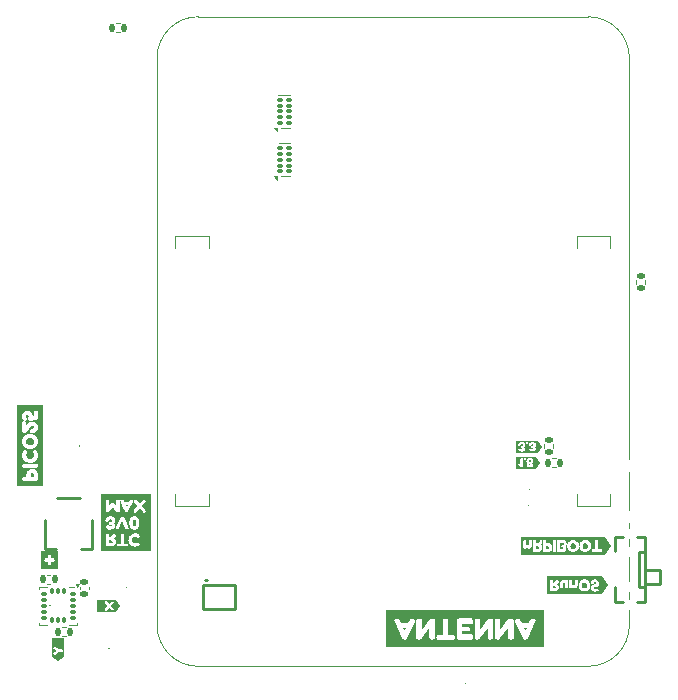
<source format=gbr>
%TF.GenerationSoftware,KiCad,Pcbnew,9.0.0*%
%TF.CreationDate,2025-06-30T18:18:02+02:00*%
%TF.ProjectId,CM5_MINIMA_3,434d355f-4d49-44e4-994d-415f332e6b69,2*%
%TF.SameCoordinates,Original*%
%TF.FileFunction,Legend,Bot*%
%TF.FilePolarity,Positive*%
%FSLAX46Y46*%
G04 Gerber Fmt 4.6, Leading zero omitted, Abs format (unit mm)*
G04 Created by KiCad (PCBNEW 9.0.0) date 2025-06-30 18:18:02*
%MOMM*%
%LPD*%
G01*
G04 APERTURE LIST*
G04 Aperture macros list*
%AMRoundRect*
0 Rectangle with rounded corners*
0 $1 Rounding radius*
0 $2 $3 $4 $5 $6 $7 $8 $9 X,Y pos of 4 corners*
0 Add a 4 corners polygon primitive as box body*
4,1,4,$2,$3,$4,$5,$6,$7,$8,$9,$2,$3,0*
0 Add four circle primitives for the rounded corners*
1,1,$1+$1,$2,$3*
1,1,$1+$1,$4,$5*
1,1,$1+$1,$6,$7*
1,1,$1+$1,$8,$9*
0 Add four rect primitives between the rounded corners*
20,1,$1+$1,$2,$3,$4,$5,0*
20,1,$1+$1,$4,$5,$6,$7,0*
20,1,$1+$1,$6,$7,$8,$9,0*
20,1,$1+$1,$8,$9,$2,$3,0*%
G04 Aperture macros list end*
%ADD10C,0.000250*%
%ADD11C,0.000000*%
%ADD12C,0.120000*%
%ADD13C,0.250000*%
%ADD14C,1.500000*%
%ADD15C,4.500000*%
%ADD16C,5.400000*%
%ADD17C,2.600000*%
%ADD18C,3.800000*%
%ADD19C,0.800000*%
%ADD20O,1.800000X0.860000*%
%ADD21C,1.150000*%
%ADD22C,1.650000*%
%ADD23C,1.000000*%
%ADD24O,1.500000X3.300000*%
%ADD25O,1.500000X2.300000*%
%ADD26C,1.200000*%
%ADD27C,2.700000*%
%ADD28R,0.700000X0.200000*%
%ADD29RoundRect,0.135000X0.135000X0.185000X-0.135000X0.185000X-0.135000X-0.185000X0.135000X-0.185000X0*%
%ADD30RoundRect,0.075000X0.200000X-0.075000X0.200000X0.075000X-0.200000X0.075000X-0.200000X-0.075000X0*%
%ADD31RoundRect,0.135000X0.185000X-0.135000X0.185000X0.135000X-0.185000X0.135000X-0.185000X-0.135000X0*%
%ADD32RoundRect,0.087500X0.187500X0.087500X-0.187500X0.087500X-0.187500X-0.087500X0.187500X-0.087500X0*%
%ADD33RoundRect,0.087500X0.087500X0.187500X-0.087500X0.187500X-0.087500X-0.187500X0.087500X-0.187500X0*%
%ADD34RoundRect,0.135000X-0.135000X-0.185000X0.135000X-0.185000X0.135000X0.185000X-0.135000X0.185000X0*%
%ADD35R,0.600000X1.550000*%
%ADD36R,1.200000X1.800000*%
%ADD37R,0.250000X0.680000*%
%ADD38C,0.900000*%
%ADD39R,0.700000X0.600000*%
%ADD40R,0.700000X0.900000*%
%ADD41RoundRect,0.140000X0.170000X-0.140000X0.170000X0.140000X-0.170000X0.140000X-0.170000X-0.140000X0*%
%ADD42C,3.000000*%
G04 APERTURE END LIST*
D10*
X44007809Y13940154D02*
X44007809Y13941154D01*
X44007714Y13940535D02*
X44007428Y13940154D01*
X44007428Y13940821D02*
X44007809Y13940440D01*
X44006999Y13940154D02*
X44006999Y13940821D01*
X44006999Y13941154D02*
X44007047Y13941106D01*
X44007047Y13941106D02*
X44006999Y13941059D01*
X44006999Y13941059D02*
X44006952Y13941106D01*
X44006952Y13941106D02*
X44006999Y13941154D01*
X44006999Y13941154D02*
X44006999Y13941059D01*
X44006523Y13940154D02*
X44006523Y13941154D01*
X44006523Y13940773D02*
X44006428Y13940821D01*
X44006428Y13940821D02*
X44006238Y13940821D01*
X44006238Y13940821D02*
X44006142Y13940773D01*
X44006142Y13940773D02*
X44006095Y13940725D01*
X44006095Y13940725D02*
X44006047Y13940630D01*
X44006047Y13940630D02*
X44006047Y13940344D01*
X44006047Y13940344D02*
X44006095Y13940249D01*
X44006095Y13940249D02*
X44006142Y13940201D01*
X44006142Y13940201D02*
X44006238Y13940154D01*
X44006238Y13940154D02*
X44006428Y13940154D01*
X44006428Y13940154D02*
X44006523Y13940201D01*
X44005190Y13940821D02*
X44005190Y13940154D01*
X44005618Y13940821D02*
X44005618Y13940297D01*
X44005618Y13940297D02*
X44005571Y13940201D01*
X44005571Y13940201D02*
X44005476Y13940154D01*
X44005476Y13940154D02*
X44005333Y13940154D01*
X44005333Y13940154D02*
X44005237Y13940201D01*
X44005237Y13940201D02*
X44005190Y13940249D01*
X44004809Y13940821D02*
X44004285Y13940821D01*
X44004285Y13940821D02*
X44004809Y13940154D01*
X44004809Y13940154D02*
X44004285Y13940154D01*
X44003999Y13940821D02*
X44003475Y13940821D01*
X44003475Y13940821D02*
X44003999Y13940154D01*
X44003999Y13940154D02*
X44003475Y13940154D01*
X44002665Y13940154D02*
X44002665Y13940678D01*
X44002665Y13940678D02*
X44002712Y13940773D01*
X44002712Y13940773D02*
X44002808Y13940821D01*
X44002808Y13940821D02*
X44002998Y13940821D01*
X44002998Y13940821D02*
X44003093Y13940773D01*
X44002665Y13940201D02*
X44002760Y13940154D01*
X44002760Y13940154D02*
X44002998Y13940154D01*
X44002998Y13940154D02*
X44003093Y13940201D01*
X44003093Y13940201D02*
X44003141Y13940297D01*
X44003141Y13940297D02*
X44003141Y13940392D01*
X44003141Y13940392D02*
X44003093Y13940487D01*
X44003093Y13940487D02*
X44002998Y13940535D01*
X44002998Y13940535D02*
X44002760Y13940535D01*
X44002760Y13940535D02*
X44002665Y13940582D01*
X44002188Y13940154D02*
X44002188Y13940821D01*
X44002188Y13940630D02*
X44002141Y13940725D01*
X44002141Y13940725D02*
X44002093Y13940773D01*
X44002093Y13940773D02*
X44001998Y13940821D01*
X44001998Y13940821D02*
X44001903Y13940821D01*
X44001141Y13940154D02*
X44001141Y13941154D01*
X44001141Y13940201D02*
X44001236Y13940154D01*
X44001236Y13940154D02*
X44001427Y13940154D01*
X44001427Y13940154D02*
X44001522Y13940201D01*
X44001522Y13940201D02*
X44001569Y13940249D01*
X44001569Y13940249D02*
X44001617Y13940344D01*
X44001617Y13940344D02*
X44001617Y13940630D01*
X44001617Y13940630D02*
X44001569Y13940725D01*
X44001569Y13940725D02*
X44001522Y13940773D01*
X44001522Y13940773D02*
X44001427Y13940821D01*
X44001427Y13940821D02*
X44001236Y13940821D01*
X44001236Y13940821D02*
X44001141Y13940773D01*
X44000664Y13940535D02*
X43999903Y13940535D01*
X43998998Y13941154D02*
X43999188Y13941154D01*
X43999188Y13941154D02*
X43999284Y13941106D01*
X43999284Y13941106D02*
X43999331Y13941059D01*
X43999331Y13941059D02*
X43999426Y13940916D01*
X43999426Y13940916D02*
X43999474Y13940725D01*
X43999474Y13940725D02*
X43999474Y13940344D01*
X43999474Y13940344D02*
X43999426Y13940249D01*
X43999426Y13940249D02*
X43999379Y13940201D01*
X43999379Y13940201D02*
X43999284Y13940154D01*
X43999284Y13940154D02*
X43999093Y13940154D01*
X43999093Y13940154D02*
X43998998Y13940201D01*
X43998998Y13940201D02*
X43998950Y13940249D01*
X43998950Y13940249D02*
X43998903Y13940344D01*
X43998903Y13940344D02*
X43998903Y13940582D01*
X43998903Y13940582D02*
X43998950Y13940678D01*
X43998950Y13940678D02*
X43998998Y13940725D01*
X43998998Y13940725D02*
X43999093Y13940773D01*
X43999093Y13940773D02*
X43999284Y13940773D01*
X43999284Y13940773D02*
X43999379Y13940725D01*
X43999379Y13940725D02*
X43999426Y13940678D01*
X43999426Y13940678D02*
X43999474Y13940582D01*
X43998570Y13941154D02*
X43997903Y13941154D01*
X43997903Y13941154D02*
X43998332Y13940154D01*
X43996951Y13940249D02*
X43996999Y13940201D01*
X43996999Y13940201D02*
X43997141Y13940154D01*
X43997141Y13940154D02*
X43997237Y13940154D01*
X43997237Y13940154D02*
X43997380Y13940201D01*
X43997380Y13940201D02*
X43997475Y13940297D01*
X43997475Y13940297D02*
X43997522Y13940392D01*
X43997522Y13940392D02*
X43997570Y13940582D01*
X43997570Y13940582D02*
X43997570Y13940725D01*
X43997570Y13940725D02*
X43997522Y13940916D01*
X43997522Y13940916D02*
X43997475Y13941011D01*
X43997475Y13941011D02*
X43997380Y13941106D01*
X43997380Y13941106D02*
X43997237Y13941154D01*
X43997237Y13941154D02*
X43997141Y13941154D01*
X43997141Y13941154D02*
X43996999Y13941106D01*
X43996999Y13941106D02*
X43996951Y13941059D01*
X43995951Y13940249D02*
X43995999Y13940201D01*
X43995999Y13940201D02*
X43996141Y13940154D01*
X43996141Y13940154D02*
X43996237Y13940154D01*
X43996237Y13940154D02*
X43996380Y13940201D01*
X43996380Y13940201D02*
X43996475Y13940297D01*
X43996475Y13940297D02*
X43996522Y13940392D01*
X43996522Y13940392D02*
X43996570Y13940582D01*
X43996570Y13940582D02*
X43996570Y13940725D01*
X43996570Y13940725D02*
X43996522Y13940916D01*
X43996522Y13940916D02*
X43996475Y13941011D01*
X43996475Y13941011D02*
X43996380Y13941106D01*
X43996380Y13941106D02*
X43996237Y13941154D01*
X43996237Y13941154D02*
X43996141Y13941154D01*
X43996141Y13941154D02*
X43995999Y13941106D01*
X43995999Y13941106D02*
X43995951Y13941059D01*
X43995094Y13941154D02*
X43995284Y13941154D01*
X43995284Y13941154D02*
X43995380Y13941106D01*
X43995380Y13941106D02*
X43995427Y13941059D01*
X43995427Y13941059D02*
X43995522Y13940916D01*
X43995522Y13940916D02*
X43995570Y13940725D01*
X43995570Y13940725D02*
X43995570Y13940344D01*
X43995570Y13940344D02*
X43995522Y13940249D01*
X43995522Y13940249D02*
X43995475Y13940201D01*
X43995475Y13940201D02*
X43995380Y13940154D01*
X43995380Y13940154D02*
X43995189Y13940154D01*
X43995189Y13940154D02*
X43995094Y13940201D01*
X43995094Y13940201D02*
X43995046Y13940249D01*
X43995046Y13940249D02*
X43994999Y13940344D01*
X43994999Y13940344D02*
X43994999Y13940582D01*
X43994999Y13940582D02*
X43995046Y13940678D01*
X43995046Y13940678D02*
X43995094Y13940725D01*
X43995094Y13940725D02*
X43995189Y13940773D01*
X43995189Y13940773D02*
X43995380Y13940773D01*
X43995380Y13940773D02*
X43995475Y13940725D01*
X43995475Y13940725D02*
X43995522Y13940678D01*
X43995522Y13940678D02*
X43995570Y13940582D01*
X43994570Y13940154D02*
X43994570Y13941154D01*
X43994570Y13941154D02*
X43994332Y13941154D01*
X43994332Y13941154D02*
X43994189Y13941106D01*
X43994189Y13941106D02*
X43994094Y13941011D01*
X43994094Y13941011D02*
X43994047Y13940916D01*
X43994047Y13940916D02*
X43993999Y13940725D01*
X43993999Y13940725D02*
X43993999Y13940582D01*
X43993999Y13940582D02*
X43994047Y13940392D01*
X43994047Y13940392D02*
X43994094Y13940297D01*
X43994094Y13940297D02*
X43994189Y13940201D01*
X43994189Y13940201D02*
X43994332Y13940154D01*
X43994332Y13940154D02*
X43994570Y13940154D01*
X43993523Y13940154D02*
X43993332Y13940154D01*
X43993332Y13940154D02*
X43993237Y13940201D01*
X43993237Y13940201D02*
X43993189Y13940249D01*
X43993189Y13940249D02*
X43993094Y13940392D01*
X43993094Y13940392D02*
X43993047Y13940582D01*
X43993047Y13940582D02*
X43993047Y13940963D01*
X43993047Y13940963D02*
X43993094Y13941059D01*
X43993094Y13941059D02*
X43993142Y13941106D01*
X43993142Y13941106D02*
X43993237Y13941154D01*
X43993237Y13941154D02*
X43993428Y13941154D01*
X43993428Y13941154D02*
X43993523Y13941106D01*
X43993523Y13941106D02*
X43993570Y13941059D01*
X43993570Y13941059D02*
X43993618Y13940963D01*
X43993618Y13940963D02*
X43993618Y13940725D01*
X43993618Y13940725D02*
X43993570Y13940630D01*
X43993570Y13940630D02*
X43993523Y13940582D01*
X43993523Y13940582D02*
X43993428Y13940535D01*
X43993428Y13940535D02*
X43993237Y13940535D01*
X43993237Y13940535D02*
X43993142Y13940582D01*
X43993142Y13940582D02*
X43993094Y13940630D01*
X43993094Y13940630D02*
X43993047Y13940725D01*
X43992618Y13940678D02*
X43992285Y13940678D01*
X43992142Y13940154D02*
X43992618Y13940154D01*
X43992618Y13940154D02*
X43992618Y13941154D01*
X43992618Y13941154D02*
X43992142Y13941154D01*
X3507690Y5462901D02*
X3507690Y5463901D01*
X3507595Y5463282D02*
X3507309Y5462901D01*
X3507309Y5463568D02*
X3507690Y5463187D01*
X3506880Y5462901D02*
X3506880Y5463568D01*
X3506880Y5463901D02*
X3506928Y5463853D01*
X3506928Y5463853D02*
X3506880Y5463806D01*
X3506880Y5463806D02*
X3506833Y5463853D01*
X3506833Y5463853D02*
X3506880Y5463901D01*
X3506880Y5463901D02*
X3506880Y5463806D01*
X3506404Y5462901D02*
X3506404Y5463901D01*
X3506404Y5463520D02*
X3506309Y5463568D01*
X3506309Y5463568D02*
X3506119Y5463568D01*
X3506119Y5463568D02*
X3506023Y5463520D01*
X3506023Y5463520D02*
X3505976Y5463472D01*
X3505976Y5463472D02*
X3505928Y5463377D01*
X3505928Y5463377D02*
X3505928Y5463091D01*
X3505928Y5463091D02*
X3505976Y5462996D01*
X3505976Y5462996D02*
X3506023Y5462948D01*
X3506023Y5462948D02*
X3506119Y5462901D01*
X3506119Y5462901D02*
X3506309Y5462901D01*
X3506309Y5462901D02*
X3506404Y5462948D01*
X3505071Y5463568D02*
X3505071Y5462901D01*
X3505499Y5463568D02*
X3505499Y5463044D01*
X3505499Y5463044D02*
X3505452Y5462948D01*
X3505452Y5462948D02*
X3505357Y5462901D01*
X3505357Y5462901D02*
X3505214Y5462901D01*
X3505214Y5462901D02*
X3505118Y5462948D01*
X3505118Y5462948D02*
X3505071Y5462996D01*
X3504690Y5463568D02*
X3504166Y5463568D01*
X3504166Y5463568D02*
X3504690Y5462901D01*
X3504690Y5462901D02*
X3504166Y5462901D01*
X3503880Y5463568D02*
X3503356Y5463568D01*
X3503356Y5463568D02*
X3503880Y5462901D01*
X3503880Y5462901D02*
X3503356Y5462901D01*
X3502546Y5462901D02*
X3502546Y5463425D01*
X3502546Y5463425D02*
X3502593Y5463520D01*
X3502593Y5463520D02*
X3502689Y5463568D01*
X3502689Y5463568D02*
X3502879Y5463568D01*
X3502879Y5463568D02*
X3502974Y5463520D01*
X3502546Y5462948D02*
X3502641Y5462901D01*
X3502641Y5462901D02*
X3502879Y5462901D01*
X3502879Y5462901D02*
X3502974Y5462948D01*
X3502974Y5462948D02*
X3503022Y5463044D01*
X3503022Y5463044D02*
X3503022Y5463139D01*
X3503022Y5463139D02*
X3502974Y5463234D01*
X3502974Y5463234D02*
X3502879Y5463282D01*
X3502879Y5463282D02*
X3502641Y5463282D01*
X3502641Y5463282D02*
X3502546Y5463329D01*
X3502069Y5462901D02*
X3502069Y5463568D01*
X3502069Y5463377D02*
X3502022Y5463472D01*
X3502022Y5463472D02*
X3501974Y5463520D01*
X3501974Y5463520D02*
X3501879Y5463568D01*
X3501879Y5463568D02*
X3501784Y5463568D01*
X3501022Y5462901D02*
X3501022Y5463901D01*
X3501022Y5462948D02*
X3501117Y5462901D01*
X3501117Y5462901D02*
X3501308Y5462901D01*
X3501308Y5462901D02*
X3501403Y5462948D01*
X3501403Y5462948D02*
X3501450Y5462996D01*
X3501450Y5462996D02*
X3501498Y5463091D01*
X3501498Y5463091D02*
X3501498Y5463377D01*
X3501498Y5463377D02*
X3501450Y5463472D01*
X3501450Y5463472D02*
X3501403Y5463520D01*
X3501403Y5463520D02*
X3501308Y5463568D01*
X3501308Y5463568D02*
X3501117Y5463568D01*
X3501117Y5463568D02*
X3501022Y5463520D01*
X3500545Y5463282D02*
X3499784Y5463282D01*
X3498879Y5463901D02*
X3499069Y5463901D01*
X3499069Y5463901D02*
X3499165Y5463853D01*
X3499165Y5463853D02*
X3499212Y5463806D01*
X3499212Y5463806D02*
X3499307Y5463663D01*
X3499307Y5463663D02*
X3499355Y5463472D01*
X3499355Y5463472D02*
X3499355Y5463091D01*
X3499355Y5463091D02*
X3499307Y5462996D01*
X3499307Y5462996D02*
X3499260Y5462948D01*
X3499260Y5462948D02*
X3499165Y5462901D01*
X3499165Y5462901D02*
X3498974Y5462901D01*
X3498974Y5462901D02*
X3498879Y5462948D01*
X3498879Y5462948D02*
X3498831Y5462996D01*
X3498831Y5462996D02*
X3498784Y5463091D01*
X3498784Y5463091D02*
X3498784Y5463329D01*
X3498784Y5463329D02*
X3498831Y5463425D01*
X3498831Y5463425D02*
X3498879Y5463472D01*
X3498879Y5463472D02*
X3498974Y5463520D01*
X3498974Y5463520D02*
X3499165Y5463520D01*
X3499165Y5463520D02*
X3499260Y5463472D01*
X3499260Y5463472D02*
X3499307Y5463425D01*
X3499307Y5463425D02*
X3499355Y5463329D01*
X3498451Y5463901D02*
X3497784Y5463901D01*
X3497784Y5463901D02*
X3498213Y5462901D01*
X3497403Y5463425D02*
X3497070Y5463425D01*
X3496927Y5462901D02*
X3497403Y5462901D01*
X3497403Y5462901D02*
X3497403Y5463901D01*
X3497403Y5463901D02*
X3496927Y5463901D01*
X3496165Y5463425D02*
X3496022Y5463377D01*
X3496022Y5463377D02*
X3495975Y5463329D01*
X3495975Y5463329D02*
X3495927Y5463234D01*
X3495927Y5463234D02*
X3495927Y5463091D01*
X3495927Y5463091D02*
X3495975Y5462996D01*
X3495975Y5462996D02*
X3496022Y5462948D01*
X3496022Y5462948D02*
X3496117Y5462901D01*
X3496117Y5462901D02*
X3496498Y5462901D01*
X3496498Y5462901D02*
X3496498Y5463901D01*
X3496498Y5463901D02*
X3496165Y5463901D01*
X3496165Y5463901D02*
X3496070Y5463853D01*
X3496070Y5463853D02*
X3496022Y5463806D01*
X3496022Y5463806D02*
X3495975Y5463710D01*
X3495975Y5463710D02*
X3495975Y5463615D01*
X3495975Y5463615D02*
X3496022Y5463520D01*
X3496022Y5463520D02*
X3496070Y5463472D01*
X3496070Y5463472D02*
X3496165Y5463425D01*
X3496165Y5463425D02*
X3496498Y5463425D01*
X3495165Y5463425D02*
X3495498Y5463425D01*
X3495498Y5462901D02*
X3495498Y5463901D01*
X3495498Y5463901D02*
X3495022Y5463901D01*
X3494118Y5462901D02*
X3494689Y5462901D01*
X3494403Y5462901D02*
X3494403Y5463901D01*
X3494403Y5463901D02*
X3494499Y5463758D01*
X3494499Y5463758D02*
X3494594Y5463663D01*
X3494594Y5463663D02*
X3494689Y5463615D01*
X3493261Y5463568D02*
X3493261Y5462901D01*
X3493499Y5463948D02*
X3493737Y5463234D01*
X3493737Y5463234D02*
X3493118Y5463234D01*
X3492737Y5463425D02*
X3492404Y5463425D01*
X3492261Y5462901D02*
X3492737Y5462901D01*
X3492737Y5462901D02*
X3492737Y5463901D01*
X3492737Y5463901D02*
X3492261Y5463901D01*
X38687728Y-1188320D02*
X38687728Y-1187320D01*
X38687633Y-1187939D02*
X38687347Y-1188320D01*
X38687347Y-1187653D02*
X38687728Y-1188034D01*
X38686918Y-1188320D02*
X38686918Y-1187653D01*
X38686918Y-1187320D02*
X38686966Y-1187368D01*
X38686966Y-1187368D02*
X38686918Y-1187415D01*
X38686918Y-1187415D02*
X38686871Y-1187368D01*
X38686871Y-1187368D02*
X38686918Y-1187320D01*
X38686918Y-1187320D02*
X38686918Y-1187415D01*
X38686442Y-1188320D02*
X38686442Y-1187320D01*
X38686442Y-1187701D02*
X38686347Y-1187653D01*
X38686347Y-1187653D02*
X38686157Y-1187653D01*
X38686157Y-1187653D02*
X38686061Y-1187701D01*
X38686061Y-1187701D02*
X38686014Y-1187749D01*
X38686014Y-1187749D02*
X38685966Y-1187844D01*
X38685966Y-1187844D02*
X38685966Y-1188130D01*
X38685966Y-1188130D02*
X38686014Y-1188225D01*
X38686014Y-1188225D02*
X38686061Y-1188273D01*
X38686061Y-1188273D02*
X38686157Y-1188320D01*
X38686157Y-1188320D02*
X38686347Y-1188320D01*
X38686347Y-1188320D02*
X38686442Y-1188273D01*
X38685109Y-1187653D02*
X38685109Y-1188320D01*
X38685537Y-1187653D02*
X38685537Y-1188177D01*
X38685537Y-1188177D02*
X38685490Y-1188273D01*
X38685490Y-1188273D02*
X38685395Y-1188320D01*
X38685395Y-1188320D02*
X38685252Y-1188320D01*
X38685252Y-1188320D02*
X38685156Y-1188273D01*
X38685156Y-1188273D02*
X38685109Y-1188225D01*
X38684728Y-1187653D02*
X38684204Y-1187653D01*
X38684204Y-1187653D02*
X38684728Y-1188320D01*
X38684728Y-1188320D02*
X38684204Y-1188320D01*
X38683918Y-1187653D02*
X38683394Y-1187653D01*
X38683394Y-1187653D02*
X38683918Y-1188320D01*
X38683918Y-1188320D02*
X38683394Y-1188320D01*
X38682584Y-1188320D02*
X38682584Y-1187796D01*
X38682584Y-1187796D02*
X38682631Y-1187701D01*
X38682631Y-1187701D02*
X38682727Y-1187653D01*
X38682727Y-1187653D02*
X38682917Y-1187653D01*
X38682917Y-1187653D02*
X38683012Y-1187701D01*
X38682584Y-1188273D02*
X38682679Y-1188320D01*
X38682679Y-1188320D02*
X38682917Y-1188320D01*
X38682917Y-1188320D02*
X38683012Y-1188273D01*
X38683012Y-1188273D02*
X38683060Y-1188177D01*
X38683060Y-1188177D02*
X38683060Y-1188082D01*
X38683060Y-1188082D02*
X38683012Y-1187987D01*
X38683012Y-1187987D02*
X38682917Y-1187939D01*
X38682917Y-1187939D02*
X38682679Y-1187939D01*
X38682679Y-1187939D02*
X38682584Y-1187892D01*
X38682107Y-1188320D02*
X38682107Y-1187653D01*
X38682107Y-1187844D02*
X38682060Y-1187749D01*
X38682060Y-1187749D02*
X38682012Y-1187701D01*
X38682012Y-1187701D02*
X38681917Y-1187653D01*
X38681917Y-1187653D02*
X38681822Y-1187653D01*
X38681060Y-1188320D02*
X38681060Y-1187320D01*
X38681060Y-1188273D02*
X38681155Y-1188320D01*
X38681155Y-1188320D02*
X38681346Y-1188320D01*
X38681346Y-1188320D02*
X38681441Y-1188273D01*
X38681441Y-1188273D02*
X38681488Y-1188225D01*
X38681488Y-1188225D02*
X38681536Y-1188130D01*
X38681536Y-1188130D02*
X38681536Y-1187844D01*
X38681536Y-1187844D02*
X38681488Y-1187749D01*
X38681488Y-1187749D02*
X38681441Y-1187701D01*
X38681441Y-1187701D02*
X38681346Y-1187653D01*
X38681346Y-1187653D02*
X38681155Y-1187653D01*
X38681155Y-1187653D02*
X38681060Y-1187701D01*
X38680583Y-1187939D02*
X38679822Y-1187939D01*
X38678917Y-1187320D02*
X38679107Y-1187320D01*
X38679107Y-1187320D02*
X38679203Y-1187368D01*
X38679203Y-1187368D02*
X38679250Y-1187415D01*
X38679250Y-1187415D02*
X38679345Y-1187558D01*
X38679345Y-1187558D02*
X38679393Y-1187749D01*
X38679393Y-1187749D02*
X38679393Y-1188130D01*
X38679393Y-1188130D02*
X38679345Y-1188225D01*
X38679345Y-1188225D02*
X38679298Y-1188273D01*
X38679298Y-1188273D02*
X38679203Y-1188320D01*
X38679203Y-1188320D02*
X38679012Y-1188320D01*
X38679012Y-1188320D02*
X38678917Y-1188273D01*
X38678917Y-1188273D02*
X38678869Y-1188225D01*
X38678869Y-1188225D02*
X38678822Y-1188130D01*
X38678822Y-1188130D02*
X38678822Y-1187892D01*
X38678822Y-1187892D02*
X38678869Y-1187796D01*
X38678869Y-1187796D02*
X38678917Y-1187749D01*
X38678917Y-1187749D02*
X38679012Y-1187701D01*
X38679012Y-1187701D02*
X38679203Y-1187701D01*
X38679203Y-1187701D02*
X38679298Y-1187749D01*
X38679298Y-1187749D02*
X38679345Y-1187796D01*
X38679345Y-1187796D02*
X38679393Y-1187892D01*
X38678489Y-1187320D02*
X38677822Y-1187320D01*
X38677822Y-1187320D02*
X38678251Y-1188320D01*
X38676870Y-1188225D02*
X38676918Y-1188273D01*
X38676918Y-1188273D02*
X38677060Y-1188320D01*
X38677060Y-1188320D02*
X38677156Y-1188320D01*
X38677156Y-1188320D02*
X38677299Y-1188273D01*
X38677299Y-1188273D02*
X38677394Y-1188177D01*
X38677394Y-1188177D02*
X38677441Y-1188082D01*
X38677441Y-1188082D02*
X38677489Y-1187892D01*
X38677489Y-1187892D02*
X38677489Y-1187749D01*
X38677489Y-1187749D02*
X38677441Y-1187558D01*
X38677441Y-1187558D02*
X38677394Y-1187463D01*
X38677394Y-1187463D02*
X38677299Y-1187368D01*
X38677299Y-1187368D02*
X38677156Y-1187320D01*
X38677156Y-1187320D02*
X38677060Y-1187320D01*
X38677060Y-1187320D02*
X38676918Y-1187368D01*
X38676918Y-1187368D02*
X38676870Y-1187415D01*
X38675870Y-1188225D02*
X38675918Y-1188273D01*
X38675918Y-1188273D02*
X38676060Y-1188320D01*
X38676060Y-1188320D02*
X38676156Y-1188320D01*
X38676156Y-1188320D02*
X38676299Y-1188273D01*
X38676299Y-1188273D02*
X38676394Y-1188177D01*
X38676394Y-1188177D02*
X38676441Y-1188082D01*
X38676441Y-1188082D02*
X38676489Y-1187892D01*
X38676489Y-1187892D02*
X38676489Y-1187749D01*
X38676489Y-1187749D02*
X38676441Y-1187558D01*
X38676441Y-1187558D02*
X38676394Y-1187463D01*
X38676394Y-1187463D02*
X38676299Y-1187368D01*
X38676299Y-1187368D02*
X38676156Y-1187320D01*
X38676156Y-1187320D02*
X38676060Y-1187320D01*
X38676060Y-1187320D02*
X38675918Y-1187368D01*
X38675918Y-1187368D02*
X38675870Y-1187415D01*
X38675537Y-1187320D02*
X38674870Y-1187320D01*
X38674870Y-1187320D02*
X38675299Y-1188320D01*
X38674061Y-1187653D02*
X38674061Y-1188320D01*
X38674299Y-1187273D02*
X38674537Y-1187987D01*
X38674537Y-1187987D02*
X38673918Y-1187987D01*
X38673109Y-1187653D02*
X38673109Y-1188320D01*
X38673347Y-1187273D02*
X38673585Y-1187987D01*
X38673585Y-1187987D02*
X38672966Y-1187987D01*
X38672109Y-1187320D02*
X38672585Y-1187320D01*
X38672585Y-1187320D02*
X38672633Y-1187796D01*
X38672633Y-1187796D02*
X38672585Y-1187749D01*
X38672585Y-1187749D02*
X38672490Y-1187701D01*
X38672490Y-1187701D02*
X38672252Y-1187701D01*
X38672252Y-1187701D02*
X38672157Y-1187749D01*
X38672157Y-1187749D02*
X38672109Y-1187796D01*
X38672109Y-1187796D02*
X38672062Y-1187892D01*
X38672062Y-1187892D02*
X38672062Y-1188130D01*
X38672062Y-1188130D02*
X38672109Y-1188225D01*
X38672109Y-1188225D02*
X38672157Y-1188273D01*
X38672157Y-1188273D02*
X38672252Y-1188320D01*
X38672252Y-1188320D02*
X38672490Y-1188320D01*
X38672490Y-1188320D02*
X38672585Y-1188273D01*
X38672585Y-1188273D02*
X38672633Y-1188225D01*
X44107832Y15293015D02*
X44107832Y15294015D01*
X44107737Y15293396D02*
X44107451Y15293015D01*
X44107451Y15293682D02*
X44107832Y15293301D01*
X44107022Y15293015D02*
X44107022Y15293682D01*
X44107022Y15294015D02*
X44107070Y15293967D01*
X44107070Y15293967D02*
X44107022Y15293920D01*
X44107022Y15293920D02*
X44106975Y15293967D01*
X44106975Y15293967D02*
X44107022Y15294015D01*
X44107022Y15294015D02*
X44107022Y15293920D01*
X44106546Y15293015D02*
X44106546Y15294015D01*
X44106546Y15293634D02*
X44106451Y15293682D01*
X44106451Y15293682D02*
X44106261Y15293682D01*
X44106261Y15293682D02*
X44106165Y15293634D01*
X44106165Y15293634D02*
X44106118Y15293586D01*
X44106118Y15293586D02*
X44106070Y15293491D01*
X44106070Y15293491D02*
X44106070Y15293205D01*
X44106070Y15293205D02*
X44106118Y15293110D01*
X44106118Y15293110D02*
X44106165Y15293062D01*
X44106165Y15293062D02*
X44106261Y15293015D01*
X44106261Y15293015D02*
X44106451Y15293015D01*
X44106451Y15293015D02*
X44106546Y15293062D01*
X44105213Y15293682D02*
X44105213Y15293015D01*
X44105641Y15293682D02*
X44105641Y15293158D01*
X44105641Y15293158D02*
X44105594Y15293062D01*
X44105594Y15293062D02*
X44105499Y15293015D01*
X44105499Y15293015D02*
X44105356Y15293015D01*
X44105356Y15293015D02*
X44105260Y15293062D01*
X44105260Y15293062D02*
X44105213Y15293110D01*
X44104832Y15293682D02*
X44104308Y15293682D01*
X44104308Y15293682D02*
X44104832Y15293015D01*
X44104832Y15293015D02*
X44104308Y15293015D01*
X44104022Y15293682D02*
X44103498Y15293682D01*
X44103498Y15293682D02*
X44104022Y15293015D01*
X44104022Y15293015D02*
X44103498Y15293015D01*
X44102688Y15293015D02*
X44102688Y15293539D01*
X44102688Y15293539D02*
X44102735Y15293634D01*
X44102735Y15293634D02*
X44102831Y15293682D01*
X44102831Y15293682D02*
X44103021Y15293682D01*
X44103021Y15293682D02*
X44103116Y15293634D01*
X44102688Y15293062D02*
X44102783Y15293015D01*
X44102783Y15293015D02*
X44103021Y15293015D01*
X44103021Y15293015D02*
X44103116Y15293062D01*
X44103116Y15293062D02*
X44103164Y15293158D01*
X44103164Y15293158D02*
X44103164Y15293253D01*
X44103164Y15293253D02*
X44103116Y15293348D01*
X44103116Y15293348D02*
X44103021Y15293396D01*
X44103021Y15293396D02*
X44102783Y15293396D01*
X44102783Y15293396D02*
X44102688Y15293443D01*
X44102211Y15293015D02*
X44102211Y15293682D01*
X44102211Y15293491D02*
X44102164Y15293586D01*
X44102164Y15293586D02*
X44102116Y15293634D01*
X44102116Y15293634D02*
X44102021Y15293682D01*
X44102021Y15293682D02*
X44101926Y15293682D01*
X44101164Y15293015D02*
X44101164Y15294015D01*
X44101164Y15293062D02*
X44101259Y15293015D01*
X44101259Y15293015D02*
X44101450Y15293015D01*
X44101450Y15293015D02*
X44101545Y15293062D01*
X44101545Y15293062D02*
X44101592Y15293110D01*
X44101592Y15293110D02*
X44101640Y15293205D01*
X44101640Y15293205D02*
X44101640Y15293491D01*
X44101640Y15293491D02*
X44101592Y15293586D01*
X44101592Y15293586D02*
X44101545Y15293634D01*
X44101545Y15293634D02*
X44101450Y15293682D01*
X44101450Y15293682D02*
X44101259Y15293682D01*
X44101259Y15293682D02*
X44101164Y15293634D01*
X44100687Y15293396D02*
X44099926Y15293396D01*
X44099021Y15294015D02*
X44099211Y15294015D01*
X44099211Y15294015D02*
X44099307Y15293967D01*
X44099307Y15293967D02*
X44099354Y15293920D01*
X44099354Y15293920D02*
X44099449Y15293777D01*
X44099449Y15293777D02*
X44099497Y15293586D01*
X44099497Y15293586D02*
X44099497Y15293205D01*
X44099497Y15293205D02*
X44099449Y15293110D01*
X44099449Y15293110D02*
X44099402Y15293062D01*
X44099402Y15293062D02*
X44099307Y15293015D01*
X44099307Y15293015D02*
X44099116Y15293015D01*
X44099116Y15293015D02*
X44099021Y15293062D01*
X44099021Y15293062D02*
X44098973Y15293110D01*
X44098973Y15293110D02*
X44098926Y15293205D01*
X44098926Y15293205D02*
X44098926Y15293443D01*
X44098926Y15293443D02*
X44098973Y15293539D01*
X44098973Y15293539D02*
X44099021Y15293586D01*
X44099021Y15293586D02*
X44099116Y15293634D01*
X44099116Y15293634D02*
X44099307Y15293634D01*
X44099307Y15293634D02*
X44099402Y15293586D01*
X44099402Y15293586D02*
X44099449Y15293539D01*
X44099449Y15293539D02*
X44099497Y15293443D01*
X44098593Y15294015D02*
X44097926Y15294015D01*
X44097926Y15294015D02*
X44098355Y15293015D01*
X44096974Y15293110D02*
X44097022Y15293062D01*
X44097022Y15293062D02*
X44097164Y15293015D01*
X44097164Y15293015D02*
X44097260Y15293015D01*
X44097260Y15293015D02*
X44097403Y15293062D01*
X44097403Y15293062D02*
X44097498Y15293158D01*
X44097498Y15293158D02*
X44097545Y15293253D01*
X44097545Y15293253D02*
X44097593Y15293443D01*
X44097593Y15293443D02*
X44097593Y15293586D01*
X44097593Y15293586D02*
X44097545Y15293777D01*
X44097545Y15293777D02*
X44097498Y15293872D01*
X44097498Y15293872D02*
X44097403Y15293967D01*
X44097403Y15293967D02*
X44097260Y15294015D01*
X44097260Y15294015D02*
X44097164Y15294015D01*
X44097164Y15294015D02*
X44097022Y15293967D01*
X44097022Y15293967D02*
X44096974Y15293920D01*
X44095974Y15293110D02*
X44096022Y15293062D01*
X44096022Y15293062D02*
X44096164Y15293015D01*
X44096164Y15293015D02*
X44096260Y15293015D01*
X44096260Y15293015D02*
X44096403Y15293062D01*
X44096403Y15293062D02*
X44096498Y15293158D01*
X44096498Y15293158D02*
X44096545Y15293253D01*
X44096545Y15293253D02*
X44096593Y15293443D01*
X44096593Y15293443D02*
X44096593Y15293586D01*
X44096593Y15293586D02*
X44096545Y15293777D01*
X44096545Y15293777D02*
X44096498Y15293872D01*
X44096498Y15293872D02*
X44096403Y15293967D01*
X44096403Y15293967D02*
X44096260Y15294015D01*
X44096260Y15294015D02*
X44096164Y15294015D01*
X44096164Y15294015D02*
X44096022Y15293967D01*
X44096022Y15293967D02*
X44095974Y15293920D01*
X44095117Y15294015D02*
X44095307Y15294015D01*
X44095307Y15294015D02*
X44095403Y15293967D01*
X44095403Y15293967D02*
X44095450Y15293920D01*
X44095450Y15293920D02*
X44095545Y15293777D01*
X44095545Y15293777D02*
X44095593Y15293586D01*
X44095593Y15293586D02*
X44095593Y15293205D01*
X44095593Y15293205D02*
X44095545Y15293110D01*
X44095545Y15293110D02*
X44095498Y15293062D01*
X44095498Y15293062D02*
X44095403Y15293015D01*
X44095403Y15293015D02*
X44095212Y15293015D01*
X44095212Y15293015D02*
X44095117Y15293062D01*
X44095117Y15293062D02*
X44095069Y15293110D01*
X44095069Y15293110D02*
X44095022Y15293205D01*
X44095022Y15293205D02*
X44095022Y15293443D01*
X44095022Y15293443D02*
X44095069Y15293539D01*
X44095069Y15293539D02*
X44095117Y15293586D01*
X44095117Y15293586D02*
X44095212Y15293634D01*
X44095212Y15293634D02*
X44095403Y15293634D01*
X44095403Y15293634D02*
X44095498Y15293586D01*
X44095498Y15293586D02*
X44095545Y15293539D01*
X44095545Y15293539D02*
X44095593Y15293443D01*
X44094593Y15293015D02*
X44094593Y15294015D01*
X44094593Y15294015D02*
X44094355Y15294015D01*
X44094355Y15294015D02*
X44094212Y15293967D01*
X44094212Y15293967D02*
X44094117Y15293872D01*
X44094117Y15293872D02*
X44094070Y15293777D01*
X44094070Y15293777D02*
X44094022Y15293586D01*
X44094022Y15293586D02*
X44094022Y15293443D01*
X44094022Y15293443D02*
X44094070Y15293253D01*
X44094070Y15293253D02*
X44094117Y15293158D01*
X44094117Y15293158D02*
X44094212Y15293062D01*
X44094212Y15293062D02*
X44094355Y15293015D01*
X44094355Y15293015D02*
X44094593Y15293015D01*
X44093546Y15293015D02*
X44093355Y15293015D01*
X44093355Y15293015D02*
X44093260Y15293062D01*
X44093260Y15293062D02*
X44093212Y15293110D01*
X44093212Y15293110D02*
X44093117Y15293253D01*
X44093117Y15293253D02*
X44093070Y15293443D01*
X44093070Y15293443D02*
X44093070Y15293824D01*
X44093070Y15293824D02*
X44093117Y15293920D01*
X44093117Y15293920D02*
X44093165Y15293967D01*
X44093165Y15293967D02*
X44093260Y15294015D01*
X44093260Y15294015D02*
X44093451Y15294015D01*
X44093451Y15294015D02*
X44093546Y15293967D01*
X44093546Y15293967D02*
X44093593Y15293920D01*
X44093593Y15293920D02*
X44093641Y15293824D01*
X44093641Y15293824D02*
X44093641Y15293586D01*
X44093641Y15293586D02*
X44093593Y15293491D01*
X44093593Y15293491D02*
X44093546Y15293443D01*
X44093546Y15293443D02*
X44093451Y15293396D01*
X44093451Y15293396D02*
X44093260Y15293396D01*
X44093260Y15293396D02*
X44093165Y15293443D01*
X44093165Y15293443D02*
X44093117Y15293491D01*
X44093117Y15293491D02*
X44093070Y15293586D01*
X44092213Y15293682D02*
X44092213Y15293015D01*
X44092451Y15294062D02*
X44092689Y15293348D01*
X44092689Y15293348D02*
X44092070Y15293348D01*
X676774Y1657786D02*
X675774Y1657786D01*
X676393Y1657691D02*
X676774Y1657405D01*
X676107Y1657405D02*
X676488Y1657786D01*
X676774Y1656976D02*
X676107Y1656976D01*
X675774Y1656976D02*
X675822Y1657024D01*
X675822Y1657024D02*
X675869Y1656976D01*
X675869Y1656976D02*
X675822Y1656929D01*
X675822Y1656929D02*
X675774Y1656976D01*
X675774Y1656976D02*
X675869Y1656976D01*
X676774Y1656500D02*
X675774Y1656500D01*
X676155Y1656500D02*
X676107Y1656405D01*
X676107Y1656405D02*
X676107Y1656215D01*
X676107Y1656215D02*
X676155Y1656119D01*
X676155Y1656119D02*
X676203Y1656072D01*
X676203Y1656072D02*
X676298Y1656024D01*
X676298Y1656024D02*
X676584Y1656024D01*
X676584Y1656024D02*
X676679Y1656072D01*
X676679Y1656072D02*
X676727Y1656119D01*
X676727Y1656119D02*
X676774Y1656215D01*
X676774Y1656215D02*
X676774Y1656405D01*
X676774Y1656405D02*
X676727Y1656500D01*
X676107Y1655167D02*
X676774Y1655167D01*
X676107Y1655595D02*
X676631Y1655595D01*
X676631Y1655595D02*
X676727Y1655548D01*
X676727Y1655548D02*
X676774Y1655453D01*
X676774Y1655453D02*
X676774Y1655310D01*
X676774Y1655310D02*
X676727Y1655214D01*
X676727Y1655214D02*
X676679Y1655167D01*
X676107Y1654786D02*
X676107Y1654262D01*
X676107Y1654262D02*
X676774Y1654786D01*
X676774Y1654786D02*
X676774Y1654262D01*
X676107Y1653976D02*
X676107Y1653452D01*
X676107Y1653452D02*
X676774Y1653976D01*
X676774Y1653976D02*
X676774Y1653452D01*
X676774Y1652642D02*
X676250Y1652642D01*
X676250Y1652642D02*
X676155Y1652689D01*
X676155Y1652689D02*
X676107Y1652785D01*
X676107Y1652785D02*
X676107Y1652975D01*
X676107Y1652975D02*
X676155Y1653070D01*
X676727Y1652642D02*
X676774Y1652737D01*
X676774Y1652737D02*
X676774Y1652975D01*
X676774Y1652975D02*
X676727Y1653070D01*
X676727Y1653070D02*
X676631Y1653118D01*
X676631Y1653118D02*
X676536Y1653118D01*
X676536Y1653118D02*
X676441Y1653070D01*
X676441Y1653070D02*
X676393Y1652975D01*
X676393Y1652975D02*
X676393Y1652737D01*
X676393Y1652737D02*
X676346Y1652642D01*
X676774Y1652165D02*
X676107Y1652165D01*
X676298Y1652165D02*
X676203Y1652118D01*
X676203Y1652118D02*
X676155Y1652070D01*
X676155Y1652070D02*
X676107Y1651975D01*
X676107Y1651975D02*
X676107Y1651880D01*
X676774Y1651118D02*
X675774Y1651118D01*
X676727Y1651118D02*
X676774Y1651213D01*
X676774Y1651213D02*
X676774Y1651404D01*
X676774Y1651404D02*
X676727Y1651499D01*
X676727Y1651499D02*
X676679Y1651546D01*
X676679Y1651546D02*
X676584Y1651594D01*
X676584Y1651594D02*
X676298Y1651594D01*
X676298Y1651594D02*
X676203Y1651546D01*
X676203Y1651546D02*
X676155Y1651499D01*
X676155Y1651499D02*
X676107Y1651404D01*
X676107Y1651404D02*
X676107Y1651213D01*
X676107Y1651213D02*
X676155Y1651118D01*
X676393Y1650641D02*
X676393Y1649879D01*
X675774Y1648975D02*
X675774Y1649165D01*
X675774Y1649165D02*
X675822Y1649261D01*
X675822Y1649261D02*
X675869Y1649308D01*
X675869Y1649308D02*
X676012Y1649403D01*
X676012Y1649403D02*
X676203Y1649451D01*
X676203Y1649451D02*
X676584Y1649451D01*
X676584Y1649451D02*
X676679Y1649403D01*
X676679Y1649403D02*
X676727Y1649356D01*
X676727Y1649356D02*
X676774Y1649261D01*
X676774Y1649261D02*
X676774Y1649070D01*
X676774Y1649070D02*
X676727Y1648975D01*
X676727Y1648975D02*
X676679Y1648927D01*
X676679Y1648927D02*
X676584Y1648880D01*
X676584Y1648880D02*
X676346Y1648880D01*
X676346Y1648880D02*
X676250Y1648927D01*
X676250Y1648927D02*
X676203Y1648975D01*
X676203Y1648975D02*
X676155Y1649070D01*
X676155Y1649070D02*
X676155Y1649261D01*
X676155Y1649261D02*
X676203Y1649356D01*
X676203Y1649356D02*
X676250Y1649403D01*
X676250Y1649403D02*
X676346Y1649451D01*
X675774Y1648547D02*
X675774Y1647880D01*
X675774Y1647880D02*
X676774Y1648309D01*
X676250Y1647499D02*
X676250Y1647166D01*
X676774Y1647023D02*
X676774Y1647499D01*
X676774Y1647499D02*
X675774Y1647499D01*
X675774Y1647499D02*
X675774Y1647023D01*
X676250Y1646261D02*
X676298Y1646118D01*
X676298Y1646118D02*
X676346Y1646071D01*
X676346Y1646071D02*
X676441Y1646023D01*
X676441Y1646023D02*
X676584Y1646023D01*
X676584Y1646023D02*
X676679Y1646071D01*
X676679Y1646071D02*
X676727Y1646118D01*
X676727Y1646118D02*
X676774Y1646213D01*
X676774Y1646213D02*
X676774Y1646594D01*
X676774Y1646594D02*
X675774Y1646594D01*
X675774Y1646594D02*
X675774Y1646261D01*
X675774Y1646261D02*
X675822Y1646166D01*
X675822Y1646166D02*
X675869Y1646118D01*
X675869Y1646118D02*
X675965Y1646071D01*
X675965Y1646071D02*
X676060Y1646071D01*
X676060Y1646071D02*
X676155Y1646118D01*
X676155Y1646118D02*
X676203Y1646166D01*
X676203Y1646166D02*
X676250Y1646261D01*
X676250Y1646261D02*
X676250Y1646594D01*
X676774Y1645594D02*
X675774Y1645594D01*
X675774Y1645594D02*
X675774Y1645356D01*
X675774Y1645356D02*
X675822Y1645213D01*
X675822Y1645213D02*
X675917Y1645118D01*
X675917Y1645118D02*
X676012Y1645071D01*
X676012Y1645071D02*
X676203Y1645023D01*
X676203Y1645023D02*
X676346Y1645023D01*
X676346Y1645023D02*
X676536Y1645071D01*
X676536Y1645071D02*
X676631Y1645118D01*
X676631Y1645118D02*
X676727Y1645213D01*
X676727Y1645213D02*
X676774Y1645356D01*
X676774Y1645356D02*
X676774Y1645594D01*
X675869Y1644642D02*
X675822Y1644594D01*
X675822Y1644594D02*
X675774Y1644499D01*
X675774Y1644499D02*
X675774Y1644261D01*
X675774Y1644261D02*
X675822Y1644166D01*
X675822Y1644166D02*
X675869Y1644118D01*
X675869Y1644118D02*
X675965Y1644071D01*
X675965Y1644071D02*
X676060Y1644071D01*
X676060Y1644071D02*
X676203Y1644118D01*
X676203Y1644118D02*
X676774Y1644690D01*
X676774Y1644690D02*
X676774Y1644071D01*
X675869Y1643690D02*
X675822Y1643642D01*
X675822Y1643642D02*
X675774Y1643547D01*
X675774Y1643547D02*
X675774Y1643309D01*
X675774Y1643309D02*
X675822Y1643214D01*
X675822Y1643214D02*
X675869Y1643166D01*
X675869Y1643166D02*
X675965Y1643119D01*
X675965Y1643119D02*
X676060Y1643119D01*
X676060Y1643119D02*
X676203Y1643166D01*
X676203Y1643166D02*
X676774Y1643738D01*
X676774Y1643738D02*
X676774Y1643119D01*
X676774Y1642167D02*
X676774Y1642738D01*
X676774Y1642452D02*
X675774Y1642452D01*
X675774Y1642452D02*
X675917Y1642548D01*
X675917Y1642548D02*
X676012Y1642643D01*
X676012Y1642643D02*
X676060Y1642738D01*
X48207761Y3296663D02*
X48207761Y3297663D01*
X48207666Y3297044D02*
X48207380Y3296663D01*
X48207380Y3297330D02*
X48207761Y3296949D01*
X48206951Y3296663D02*
X48206951Y3297330D01*
X48206951Y3297663D02*
X48206999Y3297615D01*
X48206999Y3297615D02*
X48206951Y3297568D01*
X48206951Y3297568D02*
X48206904Y3297615D01*
X48206904Y3297615D02*
X48206951Y3297663D01*
X48206951Y3297663D02*
X48206951Y3297568D01*
X48206475Y3296663D02*
X48206475Y3297663D01*
X48206475Y3297282D02*
X48206380Y3297330D01*
X48206380Y3297330D02*
X48206190Y3297330D01*
X48206190Y3297330D02*
X48206094Y3297282D01*
X48206094Y3297282D02*
X48206047Y3297234D01*
X48206047Y3297234D02*
X48205999Y3297139D01*
X48205999Y3297139D02*
X48205999Y3296853D01*
X48205999Y3296853D02*
X48206047Y3296758D01*
X48206047Y3296758D02*
X48206094Y3296710D01*
X48206094Y3296710D02*
X48206190Y3296663D01*
X48206190Y3296663D02*
X48206380Y3296663D01*
X48206380Y3296663D02*
X48206475Y3296710D01*
X48205142Y3297330D02*
X48205142Y3296663D01*
X48205570Y3297330D02*
X48205570Y3296806D01*
X48205570Y3296806D02*
X48205523Y3296710D01*
X48205523Y3296710D02*
X48205428Y3296663D01*
X48205428Y3296663D02*
X48205285Y3296663D01*
X48205285Y3296663D02*
X48205189Y3296710D01*
X48205189Y3296710D02*
X48205142Y3296758D01*
X48204761Y3297330D02*
X48204237Y3297330D01*
X48204237Y3297330D02*
X48204761Y3296663D01*
X48204761Y3296663D02*
X48204237Y3296663D01*
X48203951Y3297330D02*
X48203427Y3297330D01*
X48203427Y3297330D02*
X48203951Y3296663D01*
X48203951Y3296663D02*
X48203427Y3296663D01*
X48202617Y3296663D02*
X48202617Y3297187D01*
X48202617Y3297187D02*
X48202664Y3297282D01*
X48202664Y3297282D02*
X48202760Y3297330D01*
X48202760Y3297330D02*
X48202950Y3297330D01*
X48202950Y3297330D02*
X48203045Y3297282D01*
X48202617Y3296710D02*
X48202712Y3296663D01*
X48202712Y3296663D02*
X48202950Y3296663D01*
X48202950Y3296663D02*
X48203045Y3296710D01*
X48203045Y3296710D02*
X48203093Y3296806D01*
X48203093Y3296806D02*
X48203093Y3296901D01*
X48203093Y3296901D02*
X48203045Y3296996D01*
X48203045Y3296996D02*
X48202950Y3297044D01*
X48202950Y3297044D02*
X48202712Y3297044D01*
X48202712Y3297044D02*
X48202617Y3297091D01*
X48202140Y3296663D02*
X48202140Y3297330D01*
X48202140Y3297139D02*
X48202093Y3297234D01*
X48202093Y3297234D02*
X48202045Y3297282D01*
X48202045Y3297282D02*
X48201950Y3297330D01*
X48201950Y3297330D02*
X48201855Y3297330D01*
X48201093Y3296663D02*
X48201093Y3297663D01*
X48201093Y3296710D02*
X48201188Y3296663D01*
X48201188Y3296663D02*
X48201379Y3296663D01*
X48201379Y3296663D02*
X48201474Y3296710D01*
X48201474Y3296710D02*
X48201521Y3296758D01*
X48201521Y3296758D02*
X48201569Y3296853D01*
X48201569Y3296853D02*
X48201569Y3297139D01*
X48201569Y3297139D02*
X48201521Y3297234D01*
X48201521Y3297234D02*
X48201474Y3297282D01*
X48201474Y3297282D02*
X48201379Y3297330D01*
X48201379Y3297330D02*
X48201188Y3297330D01*
X48201188Y3297330D02*
X48201093Y3297282D01*
X48200616Y3297044D02*
X48199855Y3297044D01*
X48198950Y3297663D02*
X48199140Y3297663D01*
X48199140Y3297663D02*
X48199236Y3297615D01*
X48199236Y3297615D02*
X48199283Y3297568D01*
X48199283Y3297568D02*
X48199378Y3297425D01*
X48199378Y3297425D02*
X48199426Y3297234D01*
X48199426Y3297234D02*
X48199426Y3296853D01*
X48199426Y3296853D02*
X48199378Y3296758D01*
X48199378Y3296758D02*
X48199331Y3296710D01*
X48199331Y3296710D02*
X48199236Y3296663D01*
X48199236Y3296663D02*
X48199045Y3296663D01*
X48199045Y3296663D02*
X48198950Y3296710D01*
X48198950Y3296710D02*
X48198902Y3296758D01*
X48198902Y3296758D02*
X48198855Y3296853D01*
X48198855Y3296853D02*
X48198855Y3297091D01*
X48198855Y3297091D02*
X48198902Y3297187D01*
X48198902Y3297187D02*
X48198950Y3297234D01*
X48198950Y3297234D02*
X48199045Y3297282D01*
X48199045Y3297282D02*
X48199236Y3297282D01*
X48199236Y3297282D02*
X48199331Y3297234D01*
X48199331Y3297234D02*
X48199378Y3297187D01*
X48199378Y3297187D02*
X48199426Y3297091D01*
X48198522Y3297663D02*
X48197855Y3297663D01*
X48197855Y3297663D02*
X48198284Y3296663D01*
X48197474Y3297187D02*
X48197141Y3297187D01*
X48196998Y3296663D02*
X48197474Y3296663D01*
X48197474Y3296663D02*
X48197474Y3297663D01*
X48197474Y3297663D02*
X48196998Y3297663D01*
X48196236Y3297187D02*
X48196093Y3297139D01*
X48196093Y3297139D02*
X48196046Y3297091D01*
X48196046Y3297091D02*
X48195998Y3296996D01*
X48195998Y3296996D02*
X48195998Y3296853D01*
X48195998Y3296853D02*
X48196046Y3296758D01*
X48196046Y3296758D02*
X48196093Y3296710D01*
X48196093Y3296710D02*
X48196188Y3296663D01*
X48196188Y3296663D02*
X48196569Y3296663D01*
X48196569Y3296663D02*
X48196569Y3297663D01*
X48196569Y3297663D02*
X48196236Y3297663D01*
X48196236Y3297663D02*
X48196141Y3297615D01*
X48196141Y3297615D02*
X48196093Y3297568D01*
X48196093Y3297568D02*
X48196046Y3297472D01*
X48196046Y3297472D02*
X48196046Y3297377D01*
X48196046Y3297377D02*
X48196093Y3297282D01*
X48196093Y3297282D02*
X48196141Y3297234D01*
X48196141Y3297234D02*
X48196236Y3297187D01*
X48196236Y3297187D02*
X48196569Y3297187D01*
X48195617Y3296949D02*
X48195141Y3296949D01*
X48195712Y3296663D02*
X48195379Y3297663D01*
X48195379Y3297663D02*
X48195046Y3296663D01*
X48194141Y3296758D02*
X48194189Y3296710D01*
X48194189Y3296710D02*
X48194331Y3296663D01*
X48194331Y3296663D02*
X48194427Y3296663D01*
X48194427Y3296663D02*
X48194570Y3296710D01*
X48194570Y3296710D02*
X48194665Y3296806D01*
X48194665Y3296806D02*
X48194712Y3296901D01*
X48194712Y3296901D02*
X48194760Y3297091D01*
X48194760Y3297091D02*
X48194760Y3297234D01*
X48194760Y3297234D02*
X48194712Y3297425D01*
X48194712Y3297425D02*
X48194665Y3297520D01*
X48194665Y3297520D02*
X48194570Y3297615D01*
X48194570Y3297615D02*
X48194427Y3297663D01*
X48194427Y3297663D02*
X48194331Y3297663D01*
X48194331Y3297663D02*
X48194189Y3297615D01*
X48194189Y3297615D02*
X48194141Y3297568D01*
X48193284Y3297330D02*
X48193284Y3296663D01*
X48193522Y3297710D02*
X48193760Y3296996D01*
X48193760Y3296996D02*
X48193141Y3296996D01*
X48192189Y3296758D02*
X48192237Y3296710D01*
X48192237Y3296710D02*
X48192379Y3296663D01*
X48192379Y3296663D02*
X48192475Y3296663D01*
X48192475Y3296663D02*
X48192618Y3296710D01*
X48192618Y3296710D02*
X48192713Y3296806D01*
X48192713Y3296806D02*
X48192760Y3296901D01*
X48192760Y3296901D02*
X48192808Y3297091D01*
X48192808Y3297091D02*
X48192808Y3297234D01*
X48192808Y3297234D02*
X48192760Y3297425D01*
X48192760Y3297425D02*
X48192713Y3297520D01*
X48192713Y3297520D02*
X48192618Y3297615D01*
X48192618Y3297615D02*
X48192475Y3297663D01*
X48192475Y3297663D02*
X48192379Y3297663D01*
X48192379Y3297663D02*
X48192237Y3297615D01*
X48192237Y3297615D02*
X48192189Y3297568D01*
X6035717Y18957714D02*
X6034717Y18957714D01*
X6035336Y18957619D02*
X6035717Y18957333D01*
X6035050Y18957333D02*
X6035431Y18957714D01*
X6035717Y18956904D02*
X6035050Y18956904D01*
X6034717Y18956904D02*
X6034765Y18956952D01*
X6034765Y18956952D02*
X6034812Y18956904D01*
X6034812Y18956904D02*
X6034765Y18956857D01*
X6034765Y18956857D02*
X6034717Y18956904D01*
X6034717Y18956904D02*
X6034812Y18956904D01*
X6035717Y18956428D02*
X6034717Y18956428D01*
X6035098Y18956428D02*
X6035050Y18956333D01*
X6035050Y18956333D02*
X6035050Y18956143D01*
X6035050Y18956143D02*
X6035098Y18956047D01*
X6035098Y18956047D02*
X6035146Y18956000D01*
X6035146Y18956000D02*
X6035241Y18955952D01*
X6035241Y18955952D02*
X6035527Y18955952D01*
X6035527Y18955952D02*
X6035622Y18956000D01*
X6035622Y18956000D02*
X6035670Y18956047D01*
X6035670Y18956047D02*
X6035717Y18956143D01*
X6035717Y18956143D02*
X6035717Y18956333D01*
X6035717Y18956333D02*
X6035670Y18956428D01*
X6035050Y18955095D02*
X6035717Y18955095D01*
X6035050Y18955523D02*
X6035574Y18955523D01*
X6035574Y18955523D02*
X6035670Y18955476D01*
X6035670Y18955476D02*
X6035717Y18955381D01*
X6035717Y18955381D02*
X6035717Y18955238D01*
X6035717Y18955238D02*
X6035670Y18955142D01*
X6035670Y18955142D02*
X6035622Y18955095D01*
X6035050Y18954714D02*
X6035050Y18954190D01*
X6035050Y18954190D02*
X6035717Y18954714D01*
X6035717Y18954714D02*
X6035717Y18954190D01*
X6035050Y18953904D02*
X6035050Y18953380D01*
X6035050Y18953380D02*
X6035717Y18953904D01*
X6035717Y18953904D02*
X6035717Y18953380D01*
X6035717Y18952570D02*
X6035193Y18952570D01*
X6035193Y18952570D02*
X6035098Y18952617D01*
X6035098Y18952617D02*
X6035050Y18952713D01*
X6035050Y18952713D02*
X6035050Y18952903D01*
X6035050Y18952903D02*
X6035098Y18952998D01*
X6035670Y18952570D02*
X6035717Y18952665D01*
X6035717Y18952665D02*
X6035717Y18952903D01*
X6035717Y18952903D02*
X6035670Y18952998D01*
X6035670Y18952998D02*
X6035574Y18953046D01*
X6035574Y18953046D02*
X6035479Y18953046D01*
X6035479Y18953046D02*
X6035384Y18952998D01*
X6035384Y18952998D02*
X6035336Y18952903D01*
X6035336Y18952903D02*
X6035336Y18952665D01*
X6035336Y18952665D02*
X6035289Y18952570D01*
X6035717Y18952093D02*
X6035050Y18952093D01*
X6035241Y18952093D02*
X6035146Y18952046D01*
X6035146Y18952046D02*
X6035098Y18951998D01*
X6035098Y18951998D02*
X6035050Y18951903D01*
X6035050Y18951903D02*
X6035050Y18951808D01*
X6035717Y18951046D02*
X6034717Y18951046D01*
X6035670Y18951046D02*
X6035717Y18951141D01*
X6035717Y18951141D02*
X6035717Y18951332D01*
X6035717Y18951332D02*
X6035670Y18951427D01*
X6035670Y18951427D02*
X6035622Y18951474D01*
X6035622Y18951474D02*
X6035527Y18951522D01*
X6035527Y18951522D02*
X6035241Y18951522D01*
X6035241Y18951522D02*
X6035146Y18951474D01*
X6035146Y18951474D02*
X6035098Y18951427D01*
X6035098Y18951427D02*
X6035050Y18951332D01*
X6035050Y18951332D02*
X6035050Y18951141D01*
X6035050Y18951141D02*
X6035098Y18951046D01*
X6035336Y18950569D02*
X6035336Y18949807D01*
X6034717Y18948903D02*
X6034717Y18949093D01*
X6034717Y18949093D02*
X6034765Y18949189D01*
X6034765Y18949189D02*
X6034812Y18949236D01*
X6034812Y18949236D02*
X6034955Y18949331D01*
X6034955Y18949331D02*
X6035146Y18949379D01*
X6035146Y18949379D02*
X6035527Y18949379D01*
X6035527Y18949379D02*
X6035622Y18949331D01*
X6035622Y18949331D02*
X6035670Y18949284D01*
X6035670Y18949284D02*
X6035717Y18949189D01*
X6035717Y18949189D02*
X6035717Y18948998D01*
X6035717Y18948998D02*
X6035670Y18948903D01*
X6035670Y18948903D02*
X6035622Y18948855D01*
X6035622Y18948855D02*
X6035527Y18948808D01*
X6035527Y18948808D02*
X6035289Y18948808D01*
X6035289Y18948808D02*
X6035193Y18948855D01*
X6035193Y18948855D02*
X6035146Y18948903D01*
X6035146Y18948903D02*
X6035098Y18948998D01*
X6035098Y18948998D02*
X6035098Y18949189D01*
X6035098Y18949189D02*
X6035146Y18949284D01*
X6035146Y18949284D02*
X6035193Y18949331D01*
X6035193Y18949331D02*
X6035289Y18949379D01*
X6034717Y18948475D02*
X6034717Y18947808D01*
X6034717Y18947808D02*
X6035717Y18948237D01*
X6035193Y18947427D02*
X6035193Y18947094D01*
X6035717Y18946951D02*
X6035717Y18947427D01*
X6035717Y18947427D02*
X6034717Y18947427D01*
X6034717Y18947427D02*
X6034717Y18946951D01*
X6035193Y18946189D02*
X6035241Y18946046D01*
X6035241Y18946046D02*
X6035289Y18945999D01*
X6035289Y18945999D02*
X6035384Y18945951D01*
X6035384Y18945951D02*
X6035527Y18945951D01*
X6035527Y18945951D02*
X6035622Y18945999D01*
X6035622Y18945999D02*
X6035670Y18946046D01*
X6035670Y18946046D02*
X6035717Y18946141D01*
X6035717Y18946141D02*
X6035717Y18946522D01*
X6035717Y18946522D02*
X6034717Y18946522D01*
X6034717Y18946522D02*
X6034717Y18946189D01*
X6034717Y18946189D02*
X6034765Y18946094D01*
X6034765Y18946094D02*
X6034812Y18946046D01*
X6034812Y18946046D02*
X6034908Y18945999D01*
X6034908Y18945999D02*
X6035003Y18945999D01*
X6035003Y18945999D02*
X6035098Y18946046D01*
X6035098Y18946046D02*
X6035146Y18946094D01*
X6035146Y18946094D02*
X6035193Y18946189D01*
X6035193Y18946189D02*
X6035193Y18946522D01*
X6035193Y18945189D02*
X6035193Y18945522D01*
X6035717Y18945522D02*
X6034717Y18945522D01*
X6034717Y18945522D02*
X6034717Y18945046D01*
X6034717Y18944475D02*
X6034717Y18944380D01*
X6034717Y18944380D02*
X6034765Y18944284D01*
X6034765Y18944284D02*
X6034812Y18944237D01*
X6034812Y18944237D02*
X6034908Y18944189D01*
X6034908Y18944189D02*
X6035098Y18944142D01*
X6035098Y18944142D02*
X6035336Y18944142D01*
X6035336Y18944142D02*
X6035527Y18944189D01*
X6035527Y18944189D02*
X6035622Y18944237D01*
X6035622Y18944237D02*
X6035670Y18944284D01*
X6035670Y18944284D02*
X6035717Y18944380D01*
X6035717Y18944380D02*
X6035717Y18944475D01*
X6035717Y18944475D02*
X6035670Y18944570D01*
X6035670Y18944570D02*
X6035622Y18944618D01*
X6035622Y18944618D02*
X6035527Y18944665D01*
X6035527Y18944665D02*
X6035336Y18944713D01*
X6035336Y18944713D02*
X6035098Y18944713D01*
X6035098Y18944713D02*
X6034908Y18944665D01*
X6034908Y18944665D02*
X6034812Y18944618D01*
X6034812Y18944618D02*
X6034765Y18944570D01*
X6034765Y18944570D02*
X6034717Y18944475D01*
X6035717Y18943190D02*
X6035717Y18943761D01*
X6035717Y18943475D02*
X6034717Y18943475D01*
X6034717Y18943475D02*
X6034860Y18943571D01*
X6034860Y18943571D02*
X6034955Y18943666D01*
X6034955Y18943666D02*
X6035003Y18943761D01*
X6034717Y18942285D02*
X6034717Y18942761D01*
X6034717Y18942761D02*
X6035193Y18942809D01*
X6035193Y18942809D02*
X6035146Y18942761D01*
X6035146Y18942761D02*
X6035098Y18942666D01*
X6035098Y18942666D02*
X6035098Y18942428D01*
X6035098Y18942428D02*
X6035146Y18942333D01*
X6035146Y18942333D02*
X6035193Y18942285D01*
X6035193Y18942285D02*
X6035289Y18942238D01*
X6035289Y18942238D02*
X6035527Y18942238D01*
X6035527Y18942238D02*
X6035622Y18942285D01*
X6035622Y18942285D02*
X6035670Y18942333D01*
X6035670Y18942333D02*
X6035717Y18942428D01*
X6035717Y18942428D02*
X6035717Y18942666D01*
X6035717Y18942666D02*
X6035670Y18942761D01*
X6035670Y18942761D02*
X6035622Y18942809D01*
X47207760Y6648809D02*
X47207760Y6649809D01*
X47207665Y6649190D02*
X47207379Y6648809D01*
X47207379Y6649476D02*
X47207760Y6649095D01*
X47206950Y6648809D02*
X47206950Y6649476D01*
X47206950Y6649809D02*
X47206998Y6649761D01*
X47206998Y6649761D02*
X47206950Y6649714D01*
X47206950Y6649714D02*
X47206903Y6649761D01*
X47206903Y6649761D02*
X47206950Y6649809D01*
X47206950Y6649809D02*
X47206950Y6649714D01*
X47206474Y6648809D02*
X47206474Y6649809D01*
X47206474Y6649428D02*
X47206379Y6649476D01*
X47206379Y6649476D02*
X47206189Y6649476D01*
X47206189Y6649476D02*
X47206093Y6649428D01*
X47206093Y6649428D02*
X47206046Y6649380D01*
X47206046Y6649380D02*
X47205998Y6649285D01*
X47205998Y6649285D02*
X47205998Y6648999D01*
X47205998Y6648999D02*
X47206046Y6648904D01*
X47206046Y6648904D02*
X47206093Y6648856D01*
X47206093Y6648856D02*
X47206189Y6648809D01*
X47206189Y6648809D02*
X47206379Y6648809D01*
X47206379Y6648809D02*
X47206474Y6648856D01*
X47205141Y6649476D02*
X47205141Y6648809D01*
X47205569Y6649476D02*
X47205569Y6648952D01*
X47205569Y6648952D02*
X47205522Y6648856D01*
X47205522Y6648856D02*
X47205427Y6648809D01*
X47205427Y6648809D02*
X47205284Y6648809D01*
X47205284Y6648809D02*
X47205188Y6648856D01*
X47205188Y6648856D02*
X47205141Y6648904D01*
X47204760Y6649476D02*
X47204236Y6649476D01*
X47204236Y6649476D02*
X47204760Y6648809D01*
X47204760Y6648809D02*
X47204236Y6648809D01*
X47203950Y6649476D02*
X47203426Y6649476D01*
X47203426Y6649476D02*
X47203950Y6648809D01*
X47203950Y6648809D02*
X47203426Y6648809D01*
X47202616Y6648809D02*
X47202616Y6649333D01*
X47202616Y6649333D02*
X47202663Y6649428D01*
X47202663Y6649428D02*
X47202759Y6649476D01*
X47202759Y6649476D02*
X47202949Y6649476D01*
X47202949Y6649476D02*
X47203044Y6649428D01*
X47202616Y6648856D02*
X47202711Y6648809D01*
X47202711Y6648809D02*
X47202949Y6648809D01*
X47202949Y6648809D02*
X47203044Y6648856D01*
X47203044Y6648856D02*
X47203092Y6648952D01*
X47203092Y6648952D02*
X47203092Y6649047D01*
X47203092Y6649047D02*
X47203044Y6649142D01*
X47203044Y6649142D02*
X47202949Y6649190D01*
X47202949Y6649190D02*
X47202711Y6649190D01*
X47202711Y6649190D02*
X47202616Y6649237D01*
X47202139Y6648809D02*
X47202139Y6649476D01*
X47202139Y6649285D02*
X47202092Y6649380D01*
X47202092Y6649380D02*
X47202044Y6649428D01*
X47202044Y6649428D02*
X47201949Y6649476D01*
X47201949Y6649476D02*
X47201854Y6649476D01*
X47201092Y6648809D02*
X47201092Y6649809D01*
X47201092Y6648856D02*
X47201187Y6648809D01*
X47201187Y6648809D02*
X47201378Y6648809D01*
X47201378Y6648809D02*
X47201473Y6648856D01*
X47201473Y6648856D02*
X47201520Y6648904D01*
X47201520Y6648904D02*
X47201568Y6648999D01*
X47201568Y6648999D02*
X47201568Y6649285D01*
X47201568Y6649285D02*
X47201520Y6649380D01*
X47201520Y6649380D02*
X47201473Y6649428D01*
X47201473Y6649428D02*
X47201378Y6649476D01*
X47201378Y6649476D02*
X47201187Y6649476D01*
X47201187Y6649476D02*
X47201092Y6649428D01*
X47200615Y6649190D02*
X47199854Y6649190D01*
X47198949Y6649809D02*
X47199139Y6649809D01*
X47199139Y6649809D02*
X47199235Y6649761D01*
X47199235Y6649761D02*
X47199282Y6649714D01*
X47199282Y6649714D02*
X47199377Y6649571D01*
X47199377Y6649571D02*
X47199425Y6649380D01*
X47199425Y6649380D02*
X47199425Y6648999D01*
X47199425Y6648999D02*
X47199377Y6648904D01*
X47199377Y6648904D02*
X47199330Y6648856D01*
X47199330Y6648856D02*
X47199235Y6648809D01*
X47199235Y6648809D02*
X47199044Y6648809D01*
X47199044Y6648809D02*
X47198949Y6648856D01*
X47198949Y6648856D02*
X47198901Y6648904D01*
X47198901Y6648904D02*
X47198854Y6648999D01*
X47198854Y6648999D02*
X47198854Y6649237D01*
X47198854Y6649237D02*
X47198901Y6649333D01*
X47198901Y6649333D02*
X47198949Y6649380D01*
X47198949Y6649380D02*
X47199044Y6649428D01*
X47199044Y6649428D02*
X47199235Y6649428D01*
X47199235Y6649428D02*
X47199330Y6649380D01*
X47199330Y6649380D02*
X47199377Y6649333D01*
X47199377Y6649333D02*
X47199425Y6649237D01*
X47198521Y6649809D02*
X47197854Y6649809D01*
X47197854Y6649809D02*
X47198283Y6648809D01*
X47197569Y6649809D02*
X47196902Y6649809D01*
X47196902Y6649809D02*
X47197331Y6648809D01*
X47196474Y6648809D02*
X47196283Y6648809D01*
X47196283Y6648809D02*
X47196188Y6648856D01*
X47196188Y6648856D02*
X47196140Y6648904D01*
X47196140Y6648904D02*
X47196045Y6649047D01*
X47196045Y6649047D02*
X47195998Y6649237D01*
X47195998Y6649237D02*
X47195998Y6649618D01*
X47195998Y6649618D02*
X47196045Y6649714D01*
X47196045Y6649714D02*
X47196093Y6649761D01*
X47196093Y6649761D02*
X47196188Y6649809D01*
X47196188Y6649809D02*
X47196379Y6649809D01*
X47196379Y6649809D02*
X47196474Y6649761D01*
X47196474Y6649761D02*
X47196521Y6649714D01*
X47196521Y6649714D02*
X47196569Y6649618D01*
X47196569Y6649618D02*
X47196569Y6649380D01*
X47196569Y6649380D02*
X47196521Y6649285D01*
X47196521Y6649285D02*
X47196474Y6649237D01*
X47196474Y6649237D02*
X47196379Y6649190D01*
X47196379Y6649190D02*
X47196188Y6649190D01*
X47196188Y6649190D02*
X47196093Y6649237D01*
X47196093Y6649237D02*
X47196045Y6649285D01*
X47196045Y6649285D02*
X47195998Y6649380D01*
X47195093Y6649809D02*
X47195569Y6649809D01*
X47195569Y6649809D02*
X47195617Y6649333D01*
X47195617Y6649333D02*
X47195569Y6649380D01*
X47195569Y6649380D02*
X47195474Y6649428D01*
X47195474Y6649428D02*
X47195236Y6649428D01*
X47195236Y6649428D02*
X47195141Y6649380D01*
X47195141Y6649380D02*
X47195093Y6649333D01*
X47195093Y6649333D02*
X47195046Y6649237D01*
X47195046Y6649237D02*
X47195046Y6648999D01*
X47195046Y6648999D02*
X47195093Y6648904D01*
X47195093Y6648904D02*
X47195141Y6648856D01*
X47195141Y6648856D02*
X47195236Y6648809D01*
X47195236Y6648809D02*
X47195474Y6648809D01*
X47195474Y6648809D02*
X47195569Y6648856D01*
X47195569Y6648856D02*
X47195617Y6648904D01*
X47194141Y6649809D02*
X47194617Y6649809D01*
X47194617Y6649809D02*
X47194665Y6649333D01*
X47194665Y6649333D02*
X47194617Y6649380D01*
X47194617Y6649380D02*
X47194522Y6649428D01*
X47194522Y6649428D02*
X47194284Y6649428D01*
X47194284Y6649428D02*
X47194189Y6649380D01*
X47194189Y6649380D02*
X47194141Y6649333D01*
X47194141Y6649333D02*
X47194094Y6649237D01*
X47194094Y6649237D02*
X47194094Y6648999D01*
X47194094Y6648999D02*
X47194141Y6648904D01*
X47194141Y6648904D02*
X47194189Y6648856D01*
X47194189Y6648856D02*
X47194284Y6648809D01*
X47194284Y6648809D02*
X47194522Y6648809D01*
X47194522Y6648809D02*
X47194617Y6648856D01*
X47194617Y6648856D02*
X47194665Y6648904D01*
X47193618Y6648809D02*
X47193427Y6648809D01*
X47193427Y6648809D02*
X47193332Y6648856D01*
X47193332Y6648856D02*
X47193284Y6648904D01*
X47193284Y6648904D02*
X47193189Y6649047D01*
X47193189Y6649047D02*
X47193142Y6649237D01*
X47193142Y6649237D02*
X47193142Y6649618D01*
X47193142Y6649618D02*
X47193189Y6649714D01*
X47193189Y6649714D02*
X47193237Y6649761D01*
X47193237Y6649761D02*
X47193332Y6649809D01*
X47193332Y6649809D02*
X47193523Y6649809D01*
X47193523Y6649809D02*
X47193618Y6649761D01*
X47193618Y6649761D02*
X47193665Y6649714D01*
X47193665Y6649714D02*
X47193713Y6649618D01*
X47193713Y6649618D02*
X47193713Y6649380D01*
X47193713Y6649380D02*
X47193665Y6649285D01*
X47193665Y6649285D02*
X47193618Y6649237D01*
X47193618Y6649237D02*
X47193523Y6649190D01*
X47193523Y6649190D02*
X47193332Y6649190D01*
X47193332Y6649190D02*
X47193237Y6649237D01*
X47193237Y6649237D02*
X47193189Y6649285D01*
X47193189Y6649285D02*
X47193142Y6649380D01*
X47192761Y6649714D02*
X47192713Y6649761D01*
X47192713Y6649761D02*
X47192618Y6649809D01*
X47192618Y6649809D02*
X47192380Y6649809D01*
X47192380Y6649809D02*
X47192285Y6649761D01*
X47192285Y6649761D02*
X47192237Y6649714D01*
X47192237Y6649714D02*
X47192190Y6649618D01*
X47192190Y6649618D02*
X47192190Y6649523D01*
X47192190Y6649523D02*
X47192237Y6649380D01*
X47192237Y6649380D02*
X47192809Y6648809D01*
X47192809Y6648809D02*
X47192190Y6648809D01*
X8497809Y1821298D02*
X8497809Y1822298D01*
X8497714Y1821679D02*
X8497428Y1821298D01*
X8497428Y1821965D02*
X8497809Y1821584D01*
X8496999Y1821298D02*
X8496999Y1821965D01*
X8496999Y1822298D02*
X8497047Y1822250D01*
X8497047Y1822250D02*
X8496999Y1822203D01*
X8496999Y1822203D02*
X8496952Y1822250D01*
X8496952Y1822250D02*
X8496999Y1822298D01*
X8496999Y1822298D02*
X8496999Y1822203D01*
X8496523Y1821298D02*
X8496523Y1822298D01*
X8496523Y1821917D02*
X8496428Y1821965D01*
X8496428Y1821965D02*
X8496238Y1821965D01*
X8496238Y1821965D02*
X8496142Y1821917D01*
X8496142Y1821917D02*
X8496095Y1821869D01*
X8496095Y1821869D02*
X8496047Y1821774D01*
X8496047Y1821774D02*
X8496047Y1821488D01*
X8496047Y1821488D02*
X8496095Y1821393D01*
X8496095Y1821393D02*
X8496142Y1821345D01*
X8496142Y1821345D02*
X8496238Y1821298D01*
X8496238Y1821298D02*
X8496428Y1821298D01*
X8496428Y1821298D02*
X8496523Y1821345D01*
X8495190Y1821965D02*
X8495190Y1821298D01*
X8495618Y1821965D02*
X8495618Y1821441D01*
X8495618Y1821441D02*
X8495571Y1821345D01*
X8495571Y1821345D02*
X8495476Y1821298D01*
X8495476Y1821298D02*
X8495333Y1821298D01*
X8495333Y1821298D02*
X8495237Y1821345D01*
X8495237Y1821345D02*
X8495190Y1821393D01*
X8494809Y1821965D02*
X8494285Y1821965D01*
X8494285Y1821965D02*
X8494809Y1821298D01*
X8494809Y1821298D02*
X8494285Y1821298D01*
X8493999Y1821965D02*
X8493475Y1821965D01*
X8493475Y1821965D02*
X8493999Y1821298D01*
X8493999Y1821298D02*
X8493475Y1821298D01*
X8492665Y1821298D02*
X8492665Y1821822D01*
X8492665Y1821822D02*
X8492712Y1821917D01*
X8492712Y1821917D02*
X8492808Y1821965D01*
X8492808Y1821965D02*
X8492998Y1821965D01*
X8492998Y1821965D02*
X8493093Y1821917D01*
X8492665Y1821345D02*
X8492760Y1821298D01*
X8492760Y1821298D02*
X8492998Y1821298D01*
X8492998Y1821298D02*
X8493093Y1821345D01*
X8493093Y1821345D02*
X8493141Y1821441D01*
X8493141Y1821441D02*
X8493141Y1821536D01*
X8493141Y1821536D02*
X8493093Y1821631D01*
X8493093Y1821631D02*
X8492998Y1821679D01*
X8492998Y1821679D02*
X8492760Y1821679D01*
X8492760Y1821679D02*
X8492665Y1821726D01*
X8492188Y1821298D02*
X8492188Y1821965D01*
X8492188Y1821774D02*
X8492141Y1821869D01*
X8492141Y1821869D02*
X8492093Y1821917D01*
X8492093Y1821917D02*
X8491998Y1821965D01*
X8491998Y1821965D02*
X8491903Y1821965D01*
X8491141Y1821298D02*
X8491141Y1822298D01*
X8491141Y1821345D02*
X8491236Y1821298D01*
X8491236Y1821298D02*
X8491427Y1821298D01*
X8491427Y1821298D02*
X8491522Y1821345D01*
X8491522Y1821345D02*
X8491569Y1821393D01*
X8491569Y1821393D02*
X8491617Y1821488D01*
X8491617Y1821488D02*
X8491617Y1821774D01*
X8491617Y1821774D02*
X8491569Y1821869D01*
X8491569Y1821869D02*
X8491522Y1821917D01*
X8491522Y1821917D02*
X8491427Y1821965D01*
X8491427Y1821965D02*
X8491236Y1821965D01*
X8491236Y1821965D02*
X8491141Y1821917D01*
X8490664Y1821679D02*
X8489903Y1821679D01*
X8488998Y1822298D02*
X8489188Y1822298D01*
X8489188Y1822298D02*
X8489284Y1822250D01*
X8489284Y1822250D02*
X8489331Y1822203D01*
X8489331Y1822203D02*
X8489426Y1822060D01*
X8489426Y1822060D02*
X8489474Y1821869D01*
X8489474Y1821869D02*
X8489474Y1821488D01*
X8489474Y1821488D02*
X8489426Y1821393D01*
X8489426Y1821393D02*
X8489379Y1821345D01*
X8489379Y1821345D02*
X8489284Y1821298D01*
X8489284Y1821298D02*
X8489093Y1821298D01*
X8489093Y1821298D02*
X8488998Y1821345D01*
X8488998Y1821345D02*
X8488950Y1821393D01*
X8488950Y1821393D02*
X8488903Y1821488D01*
X8488903Y1821488D02*
X8488903Y1821726D01*
X8488903Y1821726D02*
X8488950Y1821822D01*
X8488950Y1821822D02*
X8488998Y1821869D01*
X8488998Y1821869D02*
X8489093Y1821917D01*
X8489093Y1821917D02*
X8489284Y1821917D01*
X8489284Y1821917D02*
X8489379Y1821869D01*
X8489379Y1821869D02*
X8489426Y1821822D01*
X8489426Y1821822D02*
X8489474Y1821726D01*
X8488570Y1822298D02*
X8487903Y1822298D01*
X8487903Y1822298D02*
X8488332Y1821298D01*
X8487522Y1821822D02*
X8487189Y1821822D01*
X8487046Y1821298D02*
X8487522Y1821298D01*
X8487522Y1821298D02*
X8487522Y1822298D01*
X8487522Y1822298D02*
X8487046Y1822298D01*
X8486284Y1821822D02*
X8486141Y1821774D01*
X8486141Y1821774D02*
X8486094Y1821726D01*
X8486094Y1821726D02*
X8486046Y1821631D01*
X8486046Y1821631D02*
X8486046Y1821488D01*
X8486046Y1821488D02*
X8486094Y1821393D01*
X8486094Y1821393D02*
X8486141Y1821345D01*
X8486141Y1821345D02*
X8486236Y1821298D01*
X8486236Y1821298D02*
X8486617Y1821298D01*
X8486617Y1821298D02*
X8486617Y1822298D01*
X8486617Y1822298D02*
X8486284Y1822298D01*
X8486284Y1822298D02*
X8486189Y1822250D01*
X8486189Y1822250D02*
X8486141Y1822203D01*
X8486141Y1822203D02*
X8486094Y1822107D01*
X8486094Y1822107D02*
X8486094Y1822012D01*
X8486094Y1822012D02*
X8486141Y1821917D01*
X8486141Y1821917D02*
X8486189Y1821869D01*
X8486189Y1821869D02*
X8486284Y1821822D01*
X8486284Y1821822D02*
X8486617Y1821822D01*
X8485617Y1821298D02*
X8485617Y1822298D01*
X8485617Y1822298D02*
X8485379Y1822298D01*
X8485379Y1822298D02*
X8485236Y1822250D01*
X8485236Y1822250D02*
X8485141Y1822155D01*
X8485141Y1822155D02*
X8485094Y1822060D01*
X8485094Y1822060D02*
X8485046Y1821869D01*
X8485046Y1821869D02*
X8485046Y1821726D01*
X8485046Y1821726D02*
X8485094Y1821536D01*
X8485094Y1821536D02*
X8485141Y1821441D01*
X8485141Y1821441D02*
X8485236Y1821345D01*
X8485236Y1821345D02*
X8485379Y1821298D01*
X8485379Y1821298D02*
X8485617Y1821298D01*
X8484665Y1822203D02*
X8484617Y1822250D01*
X8484617Y1822250D02*
X8484522Y1822298D01*
X8484522Y1822298D02*
X8484284Y1822298D01*
X8484284Y1822298D02*
X8484189Y1822250D01*
X8484189Y1822250D02*
X8484141Y1822203D01*
X8484141Y1822203D02*
X8484094Y1822107D01*
X8484094Y1822107D02*
X8484094Y1822012D01*
X8484094Y1822012D02*
X8484141Y1821869D01*
X8484141Y1821869D02*
X8484713Y1821298D01*
X8484713Y1821298D02*
X8484094Y1821298D01*
X8483142Y1821298D02*
X8483713Y1821298D01*
X8483427Y1821298D02*
X8483427Y1822298D01*
X8483427Y1822298D02*
X8483523Y1822155D01*
X8483523Y1822155D02*
X8483618Y1822060D01*
X8483618Y1822060D02*
X8483713Y1822012D01*
X8482142Y1821393D02*
X8482190Y1821345D01*
X8482190Y1821345D02*
X8482332Y1821298D01*
X8482332Y1821298D02*
X8482428Y1821298D01*
X8482428Y1821298D02*
X8482571Y1821345D01*
X8482571Y1821345D02*
X8482666Y1821441D01*
X8482666Y1821441D02*
X8482713Y1821536D01*
X8482713Y1821536D02*
X8482761Y1821726D01*
X8482761Y1821726D02*
X8482761Y1821869D01*
X8482761Y1821869D02*
X8482713Y1822060D01*
X8482713Y1822060D02*
X8482666Y1822155D01*
X8482666Y1822155D02*
X8482571Y1822250D01*
X8482571Y1822250D02*
X8482428Y1822298D01*
X8482428Y1822298D02*
X8482332Y1822298D01*
X8482332Y1822298D02*
X8482190Y1822250D01*
X8482190Y1822250D02*
X8482142Y1822203D01*
X9957666Y6946711D02*
X9957666Y6947711D01*
X9957571Y6947092D02*
X9957285Y6946711D01*
X9957285Y6947378D02*
X9957666Y6946997D01*
X9956856Y6946711D02*
X9956856Y6947378D01*
X9956856Y6947711D02*
X9956904Y6947663D01*
X9956904Y6947663D02*
X9956856Y6947616D01*
X9956856Y6947616D02*
X9956809Y6947663D01*
X9956809Y6947663D02*
X9956856Y6947711D01*
X9956856Y6947711D02*
X9956856Y6947616D01*
X9956380Y6946711D02*
X9956380Y6947711D01*
X9956380Y6947330D02*
X9956285Y6947378D01*
X9956285Y6947378D02*
X9956095Y6947378D01*
X9956095Y6947378D02*
X9955999Y6947330D01*
X9955999Y6947330D02*
X9955952Y6947282D01*
X9955952Y6947282D02*
X9955904Y6947187D01*
X9955904Y6947187D02*
X9955904Y6946901D01*
X9955904Y6946901D02*
X9955952Y6946806D01*
X9955952Y6946806D02*
X9955999Y6946758D01*
X9955999Y6946758D02*
X9956095Y6946711D01*
X9956095Y6946711D02*
X9956285Y6946711D01*
X9956285Y6946711D02*
X9956380Y6946758D01*
X9955047Y6947378D02*
X9955047Y6946711D01*
X9955475Y6947378D02*
X9955475Y6946854D01*
X9955475Y6946854D02*
X9955428Y6946758D01*
X9955428Y6946758D02*
X9955333Y6946711D01*
X9955333Y6946711D02*
X9955190Y6946711D01*
X9955190Y6946711D02*
X9955094Y6946758D01*
X9955094Y6946758D02*
X9955047Y6946806D01*
X9954666Y6947378D02*
X9954142Y6947378D01*
X9954142Y6947378D02*
X9954666Y6946711D01*
X9954666Y6946711D02*
X9954142Y6946711D01*
X9953856Y6947378D02*
X9953332Y6947378D01*
X9953332Y6947378D02*
X9953856Y6946711D01*
X9953856Y6946711D02*
X9953332Y6946711D01*
X9952522Y6946711D02*
X9952522Y6947235D01*
X9952522Y6947235D02*
X9952569Y6947330D01*
X9952569Y6947330D02*
X9952665Y6947378D01*
X9952665Y6947378D02*
X9952855Y6947378D01*
X9952855Y6947378D02*
X9952950Y6947330D01*
X9952522Y6946758D02*
X9952617Y6946711D01*
X9952617Y6946711D02*
X9952855Y6946711D01*
X9952855Y6946711D02*
X9952950Y6946758D01*
X9952950Y6946758D02*
X9952998Y6946854D01*
X9952998Y6946854D02*
X9952998Y6946949D01*
X9952998Y6946949D02*
X9952950Y6947044D01*
X9952950Y6947044D02*
X9952855Y6947092D01*
X9952855Y6947092D02*
X9952617Y6947092D01*
X9952617Y6947092D02*
X9952522Y6947139D01*
X9952045Y6946711D02*
X9952045Y6947378D01*
X9952045Y6947187D02*
X9951998Y6947282D01*
X9951998Y6947282D02*
X9951950Y6947330D01*
X9951950Y6947330D02*
X9951855Y6947378D01*
X9951855Y6947378D02*
X9951760Y6947378D01*
X9950998Y6946711D02*
X9950998Y6947711D01*
X9950998Y6946758D02*
X9951093Y6946711D01*
X9951093Y6946711D02*
X9951284Y6946711D01*
X9951284Y6946711D02*
X9951379Y6946758D01*
X9951379Y6946758D02*
X9951426Y6946806D01*
X9951426Y6946806D02*
X9951474Y6946901D01*
X9951474Y6946901D02*
X9951474Y6947187D01*
X9951474Y6947187D02*
X9951426Y6947282D01*
X9951426Y6947282D02*
X9951379Y6947330D01*
X9951379Y6947330D02*
X9951284Y6947378D01*
X9951284Y6947378D02*
X9951093Y6947378D01*
X9951093Y6947378D02*
X9950998Y6947330D01*
X9950521Y6947092D02*
X9949760Y6947092D01*
X9948855Y6947711D02*
X9949045Y6947711D01*
X9949045Y6947711D02*
X9949141Y6947663D01*
X9949141Y6947663D02*
X9949188Y6947616D01*
X9949188Y6947616D02*
X9949283Y6947473D01*
X9949283Y6947473D02*
X9949331Y6947282D01*
X9949331Y6947282D02*
X9949331Y6946901D01*
X9949331Y6946901D02*
X9949283Y6946806D01*
X9949283Y6946806D02*
X9949236Y6946758D01*
X9949236Y6946758D02*
X9949141Y6946711D01*
X9949141Y6946711D02*
X9948950Y6946711D01*
X9948950Y6946711D02*
X9948855Y6946758D01*
X9948855Y6946758D02*
X9948807Y6946806D01*
X9948807Y6946806D02*
X9948760Y6946901D01*
X9948760Y6946901D02*
X9948760Y6947139D01*
X9948760Y6947139D02*
X9948807Y6947235D01*
X9948807Y6947235D02*
X9948855Y6947282D01*
X9948855Y6947282D02*
X9948950Y6947330D01*
X9948950Y6947330D02*
X9949141Y6947330D01*
X9949141Y6947330D02*
X9949236Y6947282D01*
X9949236Y6947282D02*
X9949283Y6947235D01*
X9949283Y6947235D02*
X9949331Y6947139D01*
X9948427Y6947711D02*
X9947760Y6947711D01*
X9947760Y6947711D02*
X9948189Y6946711D01*
X9947379Y6947235D02*
X9947046Y6947235D01*
X9946903Y6946711D02*
X9947379Y6946711D01*
X9947379Y6946711D02*
X9947379Y6947711D01*
X9947379Y6947711D02*
X9946903Y6947711D01*
X9946141Y6947235D02*
X9945998Y6947187D01*
X9945998Y6947187D02*
X9945951Y6947139D01*
X9945951Y6947139D02*
X9945903Y6947044D01*
X9945903Y6947044D02*
X9945903Y6946901D01*
X9945903Y6946901D02*
X9945951Y6946806D01*
X9945951Y6946806D02*
X9945998Y6946758D01*
X9945998Y6946758D02*
X9946093Y6946711D01*
X9946093Y6946711D02*
X9946474Y6946711D01*
X9946474Y6946711D02*
X9946474Y6947711D01*
X9946474Y6947711D02*
X9946141Y6947711D01*
X9946141Y6947711D02*
X9946046Y6947663D01*
X9946046Y6947663D02*
X9945998Y6947616D01*
X9945998Y6947616D02*
X9945951Y6947520D01*
X9945951Y6947520D02*
X9945951Y6947425D01*
X9945951Y6947425D02*
X9945998Y6947330D01*
X9945998Y6947330D02*
X9946046Y6947282D01*
X9946046Y6947282D02*
X9946141Y6947235D01*
X9946141Y6947235D02*
X9946474Y6947235D01*
X9945141Y6947235D02*
X9945474Y6947235D01*
X9945474Y6946711D02*
X9945474Y6947711D01*
X9945474Y6947711D02*
X9944998Y6947711D01*
X9944427Y6947711D02*
X9944332Y6947711D01*
X9944332Y6947711D02*
X9944236Y6947663D01*
X9944236Y6947663D02*
X9944189Y6947616D01*
X9944189Y6947616D02*
X9944141Y6947520D01*
X9944141Y6947520D02*
X9944094Y6947330D01*
X9944094Y6947330D02*
X9944094Y6947092D01*
X9944094Y6947092D02*
X9944141Y6946901D01*
X9944141Y6946901D02*
X9944189Y6946806D01*
X9944189Y6946806D02*
X9944236Y6946758D01*
X9944236Y6946758D02*
X9944332Y6946711D01*
X9944332Y6946711D02*
X9944427Y6946711D01*
X9944427Y6946711D02*
X9944522Y6946758D01*
X9944522Y6946758D02*
X9944570Y6946806D01*
X9944570Y6946806D02*
X9944617Y6946901D01*
X9944617Y6946901D02*
X9944665Y6947092D01*
X9944665Y6947092D02*
X9944665Y6947330D01*
X9944665Y6947330D02*
X9944617Y6947520D01*
X9944617Y6947520D02*
X9944570Y6947616D01*
X9944570Y6947616D02*
X9944522Y6947663D01*
X9944522Y6947663D02*
X9944427Y6947711D01*
X9943713Y6946997D02*
X9943237Y6946997D01*
X9943808Y6946711D02*
X9943475Y6947711D01*
X9943475Y6947711D02*
X9943142Y6946711D01*
X9942618Y6947711D02*
X9942523Y6947711D01*
X9942523Y6947711D02*
X9942427Y6947663D01*
X9942427Y6947663D02*
X9942380Y6947616D01*
X9942380Y6947616D02*
X9942332Y6947520D01*
X9942332Y6947520D02*
X9942285Y6947330D01*
X9942285Y6947330D02*
X9942285Y6947092D01*
X9942285Y6947092D02*
X9942332Y6946901D01*
X9942332Y6946901D02*
X9942380Y6946806D01*
X9942380Y6946806D02*
X9942427Y6946758D01*
X9942427Y6946758D02*
X9942523Y6946711D01*
X9942523Y6946711D02*
X9942618Y6946711D01*
X9942618Y6946711D02*
X9942713Y6946758D01*
X9942713Y6946758D02*
X9942761Y6946806D01*
X9942761Y6946806D02*
X9942808Y6946901D01*
X9942808Y6946901D02*
X9942856Y6947092D01*
X9942856Y6947092D02*
X9942856Y6947330D01*
X9942856Y6947330D02*
X9942808Y6947520D01*
X9942808Y6947520D02*
X9942761Y6947616D01*
X9942761Y6947616D02*
X9942713Y6947663D01*
X9942713Y6947663D02*
X9942618Y6947711D01*
D11*
%TO.C,kibuzzard-67CC6D9E*%
G36*
X44389763Y17471960D02*
G01*
X44390908Y17470815D01*
X44386330Y17467382D01*
X44384041Y17467382D01*
X44389763Y17471960D01*
G37*
G36*
X43970879Y17476538D02*
G01*
X43966301Y17471960D01*
X43975457Y17463948D01*
X43974313Y17463948D01*
X43965157Y17470815D01*
X43966301Y17471960D01*
X43965157Y17473104D01*
X43970879Y17477682D01*
X43970879Y17476538D01*
G37*
G36*
X44239835Y17696853D02*
G01*
X44261580Y17644778D01*
X44239262Y17593848D01*
X44176888Y17576109D01*
X44115085Y17594421D01*
X44093340Y17644778D01*
X44116230Y17696853D01*
X44179177Y17715737D01*
X44239835Y17696853D01*
G37*
G36*
X44223812Y17370672D02*
G01*
X44238690Y17334621D01*
X44222667Y17299142D01*
X44178032Y17286552D01*
X44133397Y17298569D01*
X44118519Y17334621D01*
X44134541Y17370100D01*
X44179177Y17382690D01*
X44223812Y17370672D01*
G37*
G36*
X43478747Y18011397D02*
G01*
X43741981Y18011397D01*
X44180321Y18011397D01*
X44471022Y18011397D01*
X44661771Y18011397D01*
X45002702Y17500000D01*
X44661771Y16988603D01*
X44471022Y16988603D01*
X43188046Y16988603D01*
X42997298Y16988603D01*
X42997298Y17340343D01*
X43190335Y17340343D01*
X43203497Y17303720D01*
X43238404Y17264807D01*
X43383755Y17134335D01*
X43402066Y17119456D01*
X43479892Y17100000D01*
X43560006Y17123462D01*
X43582896Y17205293D01*
X43582896Y17640200D01*
X43883898Y17640200D01*
X43892926Y17579924D01*
X43920013Y17524225D01*
X43965157Y17473104D01*
X43964012Y17471960D01*
X43965157Y17470815D01*
X43921380Y17409585D01*
X43906787Y17335765D01*
X43915689Y17269131D01*
X43942394Y17209617D01*
X43986902Y17157225D01*
X44043999Y17116532D01*
X44108472Y17092116D01*
X44180321Y17083977D01*
X44251280Y17092243D01*
X44314608Y17117040D01*
X44370307Y17158369D01*
X44413543Y17211652D01*
X44439485Y17272310D01*
X44448132Y17340343D01*
X44433826Y17405579D01*
X44390908Y17470815D01*
X44392052Y17471960D01*
X44390908Y17473104D01*
X44435416Y17525751D01*
X44462120Y17581450D01*
X44471022Y17640200D01*
X44460976Y17717326D01*
X44430838Y17783898D01*
X44380607Y17839914D01*
X44318169Y17882197D01*
X44251407Y17907566D01*
X44180321Y17916023D01*
X44100906Y17907248D01*
X44030520Y17880925D01*
X43969162Y17837053D01*
X43921793Y17780083D01*
X43893371Y17714465D01*
X43883898Y17640200D01*
X43582896Y17640200D01*
X43582896Y17794707D01*
X43632109Y17794707D01*
X43638261Y17741345D01*
X43656716Y17707153D01*
X43690622Y17688698D01*
X43743125Y17682546D01*
X43827818Y17707153D01*
X43845843Y17741059D01*
X43851852Y17793562D01*
X43827245Y17878255D01*
X43741981Y17902289D01*
X43656716Y17878255D01*
X43632109Y17794707D01*
X43582896Y17794707D01*
X43582896Y17800429D01*
X43560006Y17880544D01*
X43478747Y17903433D01*
X43398633Y17880544D01*
X43375743Y17799285D01*
X43375743Y17412446D01*
X43364298Y17422747D01*
X43293912Y17455937D01*
X43225815Y17415880D01*
X43190335Y17340343D01*
X42997298Y17340343D01*
X42997298Y18011397D01*
X43188046Y18011397D01*
X43478747Y18011397D01*
G37*
D12*
%TO.C,Module301*%
X12600000Y51750000D02*
X12600000Y3750000D01*
X16100000Y250000D02*
X49100000Y250000D01*
X48160000Y36650000D02*
X50960000Y36650000D01*
X48160000Y35650000D02*
X48160000Y36650000D01*
X48160000Y14850000D02*
X48160000Y13850000D01*
X48160000Y13850000D02*
X50960000Y13850000D01*
X49100000Y55250000D02*
X16100000Y55250000D01*
X50960000Y35650000D02*
X50960000Y36650000D01*
X50960000Y14850000D02*
X50960000Y13850000D01*
X52600000Y3750000D02*
X52600000Y51750000D01*
X12600000Y51750000D02*
G75*
G02*
X16100000Y55250000I3500000J0D01*
G01*
X16100000Y250000D02*
G75*
G02*
X12600000Y3750000I0J3500000D01*
G01*
X49100000Y55250000D02*
G75*
G02*
X52600000Y51750000I1J-3499999D01*
G01*
X52600000Y3750000D02*
G75*
G02*
X49100000Y250000I-3499999J-1D01*
G01*
%TO.C,R103*%
X46393641Y17850000D02*
X46086359Y17850000D01*
X46393641Y17090000D02*
X46086359Y17090000D01*
%TO.C,R108*%
X4873641Y3540000D02*
X4566359Y3540000D01*
X4873641Y2780000D02*
X4566359Y2780000D01*
%TO.C,U401*%
X23900000Y44562020D02*
X22900000Y44562020D01*
X23900000Y41742020D02*
X23110000Y41742020D01*
X22780000Y41462020D02*
X22500000Y41742020D01*
X22780000Y41742020D01*
X22780000Y41462020D01*
G36*
X22780000Y41462020D02*
G01*
X22500000Y41742020D01*
X22780000Y41742020D01*
X22780000Y41462020D01*
G37*
D11*
%TO.C,kibuzzard-67EBF14E*%
G36*
X3500000Y9988650D02*
G01*
X3929614Y9988650D01*
X4239580Y9988650D01*
X4239580Y8511350D01*
X3929614Y8511350D01*
X3070386Y8511350D01*
X2760420Y8511350D01*
X2760420Y9249070D01*
X3070386Y9249070D01*
X3082475Y9159800D01*
X3121531Y9113305D01*
X3168956Y9097496D01*
X3226609Y9094707D01*
X3347496Y9094707D01*
X3347496Y8971960D01*
X3350286Y8915236D01*
X3366094Y8869671D01*
X3412589Y8832475D01*
X3501860Y8821316D01*
X3589270Y8833405D01*
X3635765Y8871531D01*
X3651574Y8917096D01*
X3654363Y8973820D01*
X3654363Y9094707D01*
X3777110Y9094707D01*
X3833834Y9097496D01*
X3879399Y9113305D01*
X3917525Y9160730D01*
X3929614Y9250930D01*
X3918455Y9338340D01*
X3882189Y9384835D01*
X3839413Y9400644D01*
X3786409Y9403433D01*
X3654363Y9403433D01*
X3654363Y9526180D01*
X3651574Y9582904D01*
X3635765Y9628469D01*
X3589270Y9666595D01*
X3500000Y9678684D01*
X3412589Y9666595D01*
X3366094Y9627539D01*
X3350286Y9581044D01*
X3347496Y9524320D01*
X3347496Y9403433D01*
X3213591Y9403433D01*
X3160587Y9400644D01*
X3117811Y9384835D01*
X3081545Y9338340D01*
X3070386Y9249070D01*
X2760420Y9249070D01*
X2760420Y9988650D01*
X3070386Y9988650D01*
X3500000Y9988650D01*
G37*
D12*
%TO.C,R102*%
X45400000Y18726359D02*
X45400000Y19033641D01*
X46160000Y18726359D02*
X46160000Y19033641D01*
%TO.C,U1*%
X2625000Y6990000D02*
X2625000Y6815000D01*
X2625000Y3770000D02*
X2625000Y3945000D01*
X3300000Y6990000D02*
X2625000Y6990000D01*
X3300000Y3770000D02*
X2625000Y3770000D01*
X5170000Y6990000D02*
X5545000Y6990000D01*
X5170000Y3770000D02*
X5845000Y3770000D01*
X5845000Y3770000D02*
X5845000Y3945000D01*
X5845000Y6990000D02*
X5705000Y7180000D01*
X5985000Y7180000D01*
X5845000Y6990000D01*
G36*
X5845000Y6990000D02*
G01*
X5705000Y7180000D01*
X5985000Y7180000D01*
X5845000Y6990000D01*
G37*
%TO.C,R403*%
X9121359Y54680000D02*
X9428641Y54680000D01*
X9121359Y53920000D02*
X9428641Y53920000D01*
D13*
%TO.C,CN1*%
X3100000Y12060000D02*
X3100000Y12660000D01*
X3100000Y12060000D02*
X3100000Y10210000D01*
X3100000Y10210000D02*
X4070000Y10210000D01*
X4140000Y14510000D02*
X6070000Y14510000D01*
X6140000Y10210000D02*
X7100000Y10210000D01*
X7100000Y10210000D02*
X7100000Y12660000D01*
D11*
%TO.C,kibuzzard-67CC7445*%
G36*
X33573482Y3284164D02*
G01*
X33452452Y3533949D01*
X33694512Y3533949D01*
X33573482Y3284164D01*
G37*
G36*
X43781208Y3284164D02*
G01*
X43660178Y3533949D01*
X43902238Y3533949D01*
X43781208Y3284164D01*
G37*
G36*
X34137431Y4994035D02*
G01*
X34794083Y4994035D01*
X37037002Y4994035D01*
X38195800Y4994035D01*
X39720263Y4994035D01*
X41445585Y4994035D01*
X44345156Y4994035D01*
X44703096Y4994035D01*
X45346873Y4994035D01*
X45346873Y1860129D01*
X44703096Y1860129D01*
X32656744Y1860129D01*
X32012967Y1860129D01*
X32012967Y4163563D01*
X32679920Y4163563D01*
X32713396Y3982018D01*
X33359748Y2642962D01*
X33449877Y2543820D01*
X33576057Y2506481D01*
X33701594Y2541245D01*
X33789791Y2645537D01*
X34436143Y3982018D01*
X34453280Y4072146D01*
X34562323Y4072146D01*
X34562323Y2735666D01*
X34567474Y2649400D01*
X34593225Y2581159D01*
X34664040Y2525794D01*
X34799233Y2509056D01*
X34916401Y2524507D01*
X34982066Y2556696D01*
X35028418Y2609485D01*
X35672195Y3474721D01*
X35672195Y2735666D01*
X35677345Y2650687D01*
X35703096Y2582447D01*
X35775199Y2527082D01*
X35909105Y2509056D01*
X36043010Y2527082D01*
X36115113Y2586309D01*
X36139577Y2657125D01*
X36141424Y2699614D01*
X36254169Y2699614D01*
X36269620Y2587597D01*
X36319834Y2528370D01*
X36379062Y2507769D01*
X36452452Y2503906D01*
X37629276Y2503906D01*
X37702667Y2507769D01*
X37760607Y2528370D01*
X37809534Y2588885D01*
X37824984Y2702189D01*
X37809534Y2815494D01*
X37759319Y2876009D01*
X37700092Y2896610D01*
X37626701Y2900473D01*
X37271336Y2900473D01*
X37271336Y4072146D01*
X37961465Y4072146D01*
X37961465Y2740816D01*
X38014255Y2556696D01*
X38203525Y2506481D01*
X39146014Y2506481D01*
X39234856Y2510344D01*
X39304384Y2534807D01*
X39362323Y2606910D01*
X39380349Y2743391D01*
X39362323Y2877297D01*
X39303096Y2949400D01*
X39232281Y2973863D01*
X39143439Y2977726D01*
X38432710Y2977726D01*
X38432710Y3206910D01*
X38909105Y3206910D01*
X38992796Y3210773D01*
X39054598Y3231374D01*
X39103525Y3293176D01*
X39117688Y3410344D01*
X39103525Y3524936D01*
X39053311Y3584164D01*
X38988933Y3604764D01*
X38903954Y3608627D01*
X38432710Y3608627D01*
X38432710Y3837812D01*
X39146014Y3837812D01*
X39234856Y3841674D01*
X39304384Y3866138D01*
X39362323Y3938241D01*
X39380009Y4072146D01*
X39488504Y4072146D01*
X39488504Y2735666D01*
X39493654Y2649400D01*
X39519405Y2581159D01*
X39590220Y2525794D01*
X39725414Y2509056D01*
X39842581Y2524507D01*
X39908246Y2556696D01*
X39954598Y2609485D01*
X40598375Y3474721D01*
X40598375Y2735666D01*
X40603525Y2650687D01*
X40629276Y2582447D01*
X40701379Y2527082D01*
X40835285Y2509056D01*
X40969190Y2527082D01*
X41041293Y2586309D01*
X41065757Y2657125D01*
X41069620Y2745966D01*
X41069620Y4072146D01*
X41213826Y4072146D01*
X41213826Y2735666D01*
X41218976Y2649400D01*
X41244727Y2581159D01*
X41315542Y2525794D01*
X41450735Y2509056D01*
X41567903Y2524507D01*
X41633568Y2556696D01*
X41679920Y2609485D01*
X42323697Y3474721D01*
X42323697Y2735666D01*
X42328847Y2650687D01*
X42354598Y2582447D01*
X42426701Y2527082D01*
X42560607Y2509056D01*
X42694512Y2527082D01*
X42766615Y2586309D01*
X42791079Y2657125D01*
X42794941Y2745966D01*
X42794941Y4074721D01*
X42791079Y4163563D01*
X42887645Y4163563D01*
X42921122Y3982018D01*
X43567474Y2642962D01*
X43657602Y2543820D01*
X43783783Y2506481D01*
X43909319Y2541245D01*
X43997517Y2645537D01*
X44643868Y3982018D01*
X44678632Y4164850D01*
X44535714Y4291030D01*
X44345156Y4328370D01*
X44218976Y4180301D01*
X44100521Y3935666D01*
X43467044Y3935666D01*
X43348590Y4182876D01*
X43219834Y4325794D01*
X43031851Y4288455D01*
X42887645Y4163563D01*
X42791079Y4163563D01*
X42766615Y4233091D01*
X42694512Y4291030D01*
X42558032Y4309056D01*
X42425414Y4294893D01*
X42349448Y4239528D01*
X41682495Y3358842D01*
X41682495Y4074721D01*
X41678632Y4163563D01*
X41654169Y4233091D01*
X41582066Y4291030D01*
X41445585Y4309056D01*
X41312967Y4291030D01*
X41243439Y4233091D01*
X41218976Y4162275D01*
X41213826Y4072146D01*
X41069620Y4072146D01*
X41069620Y4074721D01*
X41065757Y4163563D01*
X41041293Y4233091D01*
X40969190Y4291030D01*
X40832710Y4309056D01*
X40700092Y4294893D01*
X40624126Y4239528D01*
X39957173Y3358842D01*
X39957173Y4074721D01*
X39953311Y4163563D01*
X39928847Y4233091D01*
X39856744Y4291030D01*
X39720263Y4309056D01*
X39587645Y4291030D01*
X39518117Y4233091D01*
X39493654Y4162275D01*
X39488504Y4072146D01*
X39380009Y4072146D01*
X39380349Y4074721D01*
X39362323Y4208627D01*
X39303096Y4280730D01*
X39232281Y4305194D01*
X39143439Y4309056D01*
X38195800Y4309056D01*
X38061894Y4291030D01*
X37989791Y4231803D01*
X37965328Y4160988D01*
X37961465Y4072146D01*
X37271336Y4072146D01*
X37271336Y4079872D01*
X37267474Y4166138D01*
X37243010Y4234378D01*
X37170907Y4291030D01*
X37037002Y4309056D01*
X36904384Y4291030D01*
X36834856Y4233091D01*
X36811680Y4163563D01*
X36807817Y4077297D01*
X36807817Y2900473D01*
X36449877Y2900473D01*
X36376487Y2896610D01*
X36318547Y2876009D01*
X36269620Y2815494D01*
X36254169Y2699614D01*
X36141424Y2699614D01*
X36143439Y2745966D01*
X36143439Y4074721D01*
X36139577Y4163563D01*
X36115113Y4233091D01*
X36043010Y4291030D01*
X35906529Y4309056D01*
X35773911Y4294893D01*
X35697946Y4239528D01*
X35030993Y3358842D01*
X35030993Y4074721D01*
X35027130Y4163563D01*
X35002667Y4233091D01*
X34930564Y4291030D01*
X34794083Y4309056D01*
X34661465Y4291030D01*
X34591937Y4233091D01*
X34567474Y4162275D01*
X34562323Y4072146D01*
X34453280Y4072146D01*
X34470907Y4164850D01*
X34327989Y4291030D01*
X34137431Y4328370D01*
X34011250Y4180301D01*
X33892796Y3935666D01*
X33259319Y3935666D01*
X33140864Y4182876D01*
X33012109Y4325794D01*
X32824126Y4288455D01*
X32679920Y4163563D01*
X32012967Y4163563D01*
X32012967Y4994035D01*
X32656744Y4994035D01*
X34137431Y4994035D01*
G37*
D13*
%TO.C,D403*%
X16460000Y7130000D02*
X16460000Y5090000D01*
X19180000Y7130000D02*
X16460000Y7130000D01*
X19180000Y7130000D02*
X19180000Y5090000D01*
X19180000Y5090000D02*
X16460000Y5090000D01*
X16860000Y7510000D02*
G75*
G02*
X16740000Y7510000I-60000J0D01*
G01*
X16740000Y7510000D02*
G75*
G02*
X16860000Y7510000I60000J0D01*
G01*
D11*
%TO.C,kibuzzard-67CC6D94*%
G36*
X43479558Y19358536D02*
G01*
X43930488Y19358536D01*
X44377984Y19358536D01*
X44686997Y19358536D01*
X44877746Y19358536D01*
X45216770Y18850000D01*
X44877746Y18341464D01*
X44686997Y18341464D01*
X43173979Y18341464D01*
X42983230Y18341464D01*
X42983230Y19006795D01*
X43173979Y19006795D01*
X43202591Y18952718D01*
X43288428Y18934692D01*
X43351375Y18947282D01*
X43384565Y19001073D01*
X43386854Y19007368D01*
X43395438Y19021102D01*
X43412605Y19038269D01*
X43440073Y19052003D01*
X43480703Y19058298D01*
X43552233Y19040558D01*
X43579129Y18993062D01*
X43557097Y18943276D01*
X43491003Y18926681D01*
X43459529Y18926681D01*
X43433206Y18921531D01*
X43407455Y18907225D01*
X43393721Y18877468D01*
X43386854Y18827110D01*
X43394293Y18769886D01*
X43418328Y18740129D01*
X43447512Y18730401D01*
X43484136Y18728684D01*
X43492148Y18728684D01*
X43545366Y18721245D01*
X43561962Y18692060D01*
X43543077Y18652575D01*
X43491003Y18638269D01*
X43441790Y18649714D01*
X43408600Y18684049D01*
X43373756Y18731227D01*
X43325687Y18744580D01*
X43264394Y18724106D01*
X43207741Y18661159D01*
X43224336Y18582189D01*
X43226053Y18578183D01*
X43232348Y18565594D01*
X43243793Y18546710D01*
X43262105Y18523820D01*
X43287283Y18499213D01*
X43321046Y18475751D01*
X43363392Y18455722D01*
X43416039Y18441989D01*
X43479558Y18436838D01*
X43562788Y18445486D01*
X43633937Y18471427D01*
X43693006Y18514664D01*
X43737196Y18568455D01*
X43763710Y18626061D01*
X43772548Y18687482D01*
X43752806Y18771316D01*
X43693578Y18828255D01*
X43757670Y18890057D01*
X43780846Y18935837D01*
X43788571Y18990773D01*
X43786467Y19006795D01*
X44072405Y19006795D01*
X44101017Y18952718D01*
X44186854Y18934692D01*
X44249801Y18947282D01*
X44282992Y19001073D01*
X44285281Y19007368D01*
X44293864Y19021102D01*
X44311032Y19038269D01*
X44338499Y19052003D01*
X44379129Y19058298D01*
X44450660Y19040558D01*
X44477555Y18993062D01*
X44455524Y18943276D01*
X44389429Y18926681D01*
X44357956Y18926681D01*
X44331632Y18921531D01*
X44305881Y18907225D01*
X44292148Y18877468D01*
X44285281Y18827110D01*
X44292720Y18769886D01*
X44316754Y18740129D01*
X44345939Y18730401D01*
X44382562Y18728684D01*
X44390574Y18728684D01*
X44443793Y18721245D01*
X44460388Y18692060D01*
X44441504Y18652575D01*
X44389429Y18638269D01*
X44340216Y18649714D01*
X44307026Y18684049D01*
X44272182Y18731227D01*
X44224114Y18744580D01*
X44162820Y18724106D01*
X44106168Y18661159D01*
X44122763Y18582189D01*
X44124479Y18578183D01*
X44130774Y18565594D01*
X44142219Y18546710D01*
X44160531Y18523820D01*
X44185710Y18499213D01*
X44219472Y18475751D01*
X44261818Y18455722D01*
X44314465Y18441989D01*
X44377984Y18436838D01*
X44461214Y18445486D01*
X44532364Y18471427D01*
X44591432Y18514664D01*
X44635622Y18568455D01*
X44662136Y18626061D01*
X44670974Y18687482D01*
X44651232Y18771316D01*
X44592004Y18828255D01*
X44656096Y18890057D01*
X44679272Y18935837D01*
X44686997Y18990773D01*
X44677269Y19064847D01*
X44648085Y19129892D01*
X44599444Y19185908D01*
X44535924Y19228827D01*
X44462105Y19254578D01*
X44377984Y19263162D01*
X44299777Y19254578D01*
X44228437Y19228827D01*
X44163964Y19185908D01*
X44113098Y19131672D01*
X44082578Y19071968D01*
X44072405Y19006795D01*
X43786467Y19006795D01*
X43778843Y19064847D01*
X43749658Y19129892D01*
X43738284Y19142990D01*
X43820617Y19142990D01*
X43826768Y19089628D01*
X43845223Y19055436D01*
X43879129Y19036981D01*
X43931632Y19030830D01*
X44016325Y19055436D01*
X44034351Y19089342D01*
X44040359Y19141845D01*
X44015753Y19226538D01*
X43930488Y19250572D01*
X43845223Y19226538D01*
X43820617Y19142990D01*
X43738284Y19142990D01*
X43701017Y19185908D01*
X43637498Y19228827D01*
X43563678Y19254578D01*
X43479558Y19263162D01*
X43401351Y19254578D01*
X43330011Y19228827D01*
X43265538Y19185908D01*
X43214672Y19131672D01*
X43184152Y19071968D01*
X43173979Y19006795D01*
X42983230Y19006795D01*
X42983230Y19358536D01*
X43173979Y19358536D01*
X43479558Y19358536D01*
G37*
%TO.C,kibuzzard-67EBD221*%
G36*
X4735675Y1215602D02*
G01*
X4735675Y1024853D01*
X4230000Y687736D01*
X3724325Y1024853D01*
X3724325Y1215602D01*
X3724325Y1797004D01*
X3826567Y1797004D01*
X3882647Y1735201D01*
X4127568Y1582984D01*
X3882647Y1423899D01*
X3826567Y1360380D01*
X3854034Y1276260D01*
X3919843Y1221324D01*
X3994807Y1246503D01*
X4335866Y1474257D01*
X4536152Y1474257D01*
X4575637Y1475974D01*
X4606538Y1486846D01*
X4632289Y1518892D01*
X4640300Y1579550D01*
X4632289Y1640208D01*
X4605966Y1672254D01*
X4573920Y1683127D01*
X4533863Y1684843D01*
X4335866Y1684843D01*
X3994807Y1912597D01*
X3918126Y1937776D01*
X3854034Y1881696D01*
X3830000Y1833627D01*
X3826567Y1797004D01*
X3724325Y1797004D01*
X3724325Y1944643D01*
X3724325Y2612264D01*
X4735675Y2612264D01*
X4735675Y1944643D01*
X4735675Y1579550D01*
X4735675Y1215602D01*
G37*
%TO.C,kibuzzard-67EBAC4C*%
G36*
X46324622Y7044206D02*
G01*
X46357527Y6965522D01*
X46326768Y6891130D01*
X46253092Y6861087D01*
X46098585Y6861087D01*
X46098585Y7069957D01*
X46255953Y7069957D01*
X46324622Y7044206D01*
G37*
G36*
X48879165Y7336588D02*
G01*
X48954808Y7282403D01*
X49005774Y7201395D01*
X49022763Y7102861D01*
X49005595Y7005043D01*
X48954093Y6923319D01*
X48878628Y6868062D01*
X48789572Y6849642D01*
X48699444Y6868062D01*
X48623621Y6923319D01*
X48572119Y7005043D01*
X48554952Y7102861D01*
X48572298Y7198712D01*
X48624336Y7280258D01*
X48699980Y7336052D01*
X48788142Y7354649D01*
X48879165Y7336588D01*
G37*
G36*
X46464823Y7854888D02*
G01*
X47290288Y7854888D01*
X48102877Y7854888D01*
X48795295Y7854888D01*
X49692291Y7854888D01*
X50059959Y7854888D01*
X50298395Y7854888D01*
X50801653Y7100000D01*
X50298395Y6345112D01*
X50059959Y6345112D01*
X45836783Y6345112D01*
X45598347Y6345112D01*
X45598347Y7467668D01*
X45836783Y7467668D01*
X45836783Y6729471D01*
X45838929Y6681545D01*
X45852519Y6642203D01*
X45892577Y6609299D01*
X45968399Y6599285D01*
X46255953Y6599285D01*
X46314072Y6605007D01*
X46373979Y6622175D01*
X46433707Y6650072D01*
X46491289Y6687983D01*
X46542612Y6738591D01*
X46583564Y6804578D01*
X46610388Y6882010D01*
X46619329Y6966953D01*
X46605341Y7074090D01*
X46563376Y7166603D01*
X46501143Y7235908D01*
X46693721Y7235908D01*
X46693721Y7002718D01*
X46695867Y6953362D01*
X46709458Y6914735D01*
X46749515Y6882546D01*
X46823907Y6872532D01*
X46898299Y6882546D01*
X46938356Y6915451D01*
X46951947Y6954793D01*
X46954093Y7004149D01*
X46954093Y7235908D01*
X46981275Y7311731D01*
X47057097Y7338913D01*
X47132205Y7311016D01*
X47160102Y7235908D01*
X47160102Y7001288D01*
X47162248Y6953362D01*
X47175838Y6914735D01*
X47215180Y6882546D01*
X47290288Y6872532D01*
X47364680Y6882546D01*
X47404737Y6915451D01*
X47418328Y6954793D01*
X47420474Y7002718D01*
X47420474Y7469099D01*
X47506311Y7469099D01*
X47506311Y6998426D01*
X47509172Y6951216D01*
X47522763Y6914020D01*
X47562105Y6883262D01*
X47636497Y6873963D01*
X47703735Y6882546D01*
X47742362Y6906152D01*
X47758099Y6933333D01*
X47762391Y6962661D01*
X47838929Y6901144D01*
X47942648Y6873963D01*
X48028167Y6885249D01*
X48099698Y6919107D01*
X48157241Y6975536D01*
X48199364Y7049611D01*
X48216537Y7108584D01*
X48293149Y7108584D01*
X48302090Y7003970D01*
X48328914Y6907582D01*
X48373621Y6819421D01*
X48436210Y6739485D01*
X48511586Y6673140D01*
X48594651Y6625751D01*
X48685406Y6597318D01*
X48783850Y6587840D01*
X48884351Y6597183D01*
X48976983Y6625215D01*
X49061747Y6671933D01*
X49138643Y6737339D01*
X49202484Y6816246D01*
X49248085Y6903469D01*
X49275445Y6999008D01*
X49284565Y7102861D01*
X49275579Y7204927D01*
X49248621Y7299392D01*
X49214120Y7366094D01*
X49326053Y7366094D01*
X49386139Y7274535D01*
X49445589Y7241472D01*
X49507582Y7251009D01*
X49572119Y7303147D01*
X49630059Y7355365D01*
X49686568Y7368956D01*
X49770974Y7348212D01*
X49796725Y7281688D01*
X49759529Y7237339D01*
X49647226Y7203720D01*
X49579093Y7185300D01*
X49524909Y7165808D01*
X49444794Y7120029D01*
X49387570Y7058512D01*
X49353235Y6981259D01*
X49341790Y6888269D01*
X49352440Y6805532D01*
X49384390Y6732809D01*
X49437641Y6670100D01*
X49507105Y6622016D01*
X49587697Y6593165D01*
X49679415Y6583548D01*
X49787347Y6593085D01*
X49878430Y6621698D01*
X49952663Y6669385D01*
X50004165Y6743062D01*
X49969830Y6831044D01*
X49885424Y6900429D01*
X49789572Y6873963D01*
X49773120Y6860372D01*
X49753092Y6843920D01*
X49725195Y6833190D01*
X49677984Y6828183D01*
X49625052Y6846066D01*
X49602162Y6889700D01*
X49627198Y6936195D01*
X49683707Y6961230D01*
X49770974Y6979113D01*
X49862534Y7001288D01*
X49943542Y7038484D01*
X50006311Y7092847D01*
X50046547Y7170458D01*
X50059959Y7277396D01*
X50053879Y7345708D01*
X50035638Y7407582D01*
X49973406Y7504149D01*
X49885424Y7567811D01*
X49787426Y7604292D01*
X49692291Y7615021D01*
X49612176Y7608584D01*
X49544937Y7592847D01*
X49489859Y7569242D01*
X49445509Y7542060D01*
X49411175Y7514163D01*
X49386139Y7489127D01*
X49370402Y7469099D01*
X49361818Y7459084D01*
X49326053Y7366094D01*
X49214120Y7366094D01*
X49203691Y7386257D01*
X49140788Y7465522D01*
X49065279Y7531554D01*
X48982527Y7578720D01*
X48892532Y7607019D01*
X48795295Y7616452D01*
X48695331Y7607153D01*
X48602877Y7579256D01*
X48517934Y7532761D01*
X48440502Y7467668D01*
X48376035Y7389431D01*
X48329987Y7303505D01*
X48302359Y7209889D01*
X48293149Y7108584D01*
X48216537Y7108584D01*
X48224638Y7136401D01*
X48233063Y7235908D01*
X48233063Y7470529D01*
X48230917Y7518455D01*
X48217326Y7557082D01*
X48177984Y7589270D01*
X48102877Y7599285D01*
X48027055Y7589270D01*
X47986997Y7556366D01*
X47973406Y7517024D01*
X47971261Y7469099D01*
X47971261Y7235908D01*
X47944794Y7160086D01*
X47869687Y7132904D01*
X47793864Y7160801D01*
X47765252Y7235908D01*
X47765252Y7470529D01*
X47763106Y7518455D01*
X47749515Y7557082D01*
X47709458Y7589270D01*
X47635066Y7599285D01*
X47561389Y7589270D01*
X47522047Y7557082D01*
X47508457Y7518455D01*
X47506311Y7469099D01*
X47420474Y7469099D01*
X47420474Y7473391D01*
X47419758Y7511302D01*
X47411890Y7544206D01*
X47391861Y7573534D01*
X47353235Y7591416D01*
X47290288Y7599285D01*
X47204808Y7582475D01*
X47165824Y7532046D01*
X47096082Y7581402D01*
X47018471Y7597854D01*
X46931044Y7586250D01*
X46853791Y7551439D01*
X46786711Y7493419D01*
X46735050Y7418391D01*
X46704053Y7332554D01*
X46693721Y7235908D01*
X46501143Y7235908D01*
X46493435Y7244492D01*
X46596439Y7381831D01*
X46635066Y7480544D01*
X46566396Y7564950D01*
X46464823Y7604292D01*
X46384708Y7537768D01*
X46231632Y7330329D01*
X46098585Y7330329D01*
X46098585Y7469099D01*
X46096439Y7518455D01*
X46082849Y7557082D01*
X46042791Y7589270D01*
X45966969Y7599285D01*
X45892577Y7589270D01*
X45852519Y7556366D01*
X45838929Y7517024D01*
X45836783Y7467668D01*
X45598347Y7467668D01*
X45598347Y7854888D01*
X45836783Y7854888D01*
X46464823Y7854888D01*
G37*
D13*
%TO.C,SW101*%
X51410000Y11220000D02*
X52080000Y11220000D01*
X51410000Y10000000D02*
X51410000Y11220000D01*
X51410000Y5720000D02*
X51410000Y6940000D01*
X52080000Y5720000D02*
X51410000Y5720000D01*
X53240000Y11220000D02*
X53910000Y11220000D01*
X53410000Y9970000D02*
X53910000Y9970000D01*
X53410000Y6970000D02*
X53410000Y9970000D01*
X53910000Y9970000D02*
X53910000Y9520000D01*
X53910000Y7220000D02*
X55210000Y7220000D01*
X53910000Y6970000D02*
X53410000Y6970000D01*
X53910000Y5720000D02*
X53240000Y5720000D01*
X53910000Y5720000D02*
X53910000Y11220000D01*
X55210000Y8420000D02*
X53910000Y8420000D01*
X55210000Y7220000D02*
X55210000Y8420000D01*
D11*
%TO.C,kibuzzard-67EBF015*%
G36*
X2124320Y16615021D02*
G01*
X2163376Y16517382D01*
X2163376Y16318383D01*
X1891845Y16318383D01*
X1891845Y16519242D01*
X1925322Y16611302D01*
X2027611Y16655007D01*
X2124320Y16615021D01*
G37*
G36*
X1976234Y19589771D02*
G01*
X2082475Y19522818D01*
X2154310Y19424714D01*
X2178255Y19308941D01*
X2154310Y19191774D01*
X2082475Y19093205D01*
X1976234Y19026252D01*
X1849070Y19003934D01*
X1724464Y19026484D01*
X1618455Y19094134D01*
X1545923Y19192471D01*
X1521745Y19307082D01*
X1545225Y19425411D01*
X1615665Y19523748D01*
X1720976Y19590004D01*
X1849070Y19612089D01*
X1976234Y19589771D01*
G37*
G36*
X2987268Y21921960D02*
G01*
X2987268Y15978040D01*
X2987268Y15513090D01*
X712732Y15513090D01*
X712732Y15978040D01*
X712732Y16147282D01*
X1203720Y16147282D01*
X1216738Y16050572D01*
X1259514Y15998498D01*
X1310658Y15980830D01*
X1374821Y15978040D01*
X2334478Y15978040D01*
X2396781Y15980830D01*
X2447926Y15998498D01*
X2490701Y16050572D01*
X2503720Y16149142D01*
X2503720Y16519242D01*
X2496280Y16595029D01*
X2473963Y16673605D01*
X2437697Y16751717D01*
X2388412Y16826109D01*
X2322622Y16892364D01*
X2236838Y16946066D01*
X2136177Y16981634D01*
X2025751Y16993491D01*
X1915790Y16981867D01*
X1816524Y16946996D01*
X1732135Y16893759D01*
X1666810Y16827039D01*
X1617525Y16751717D01*
X1581259Y16672675D01*
X1558941Y16593401D01*
X1551502Y16517382D01*
X1551502Y16318383D01*
X1372961Y16318383D01*
X1308798Y16315594D01*
X1258584Y16297926D01*
X1216738Y16245851D01*
X1203720Y16147282D01*
X712732Y16147282D01*
X712732Y17240844D01*
X1201860Y17240844D01*
X1214878Y17144134D01*
X1257654Y17092060D01*
X1308798Y17074392D01*
X1372961Y17071602D01*
X2334478Y17071602D01*
X2396781Y17074392D01*
X2447926Y17092060D01*
X2490701Y17144134D01*
X2503720Y17242704D01*
X2490701Y17339413D01*
X2447926Y17391488D01*
X2396781Y17409156D01*
X2332618Y17411946D01*
X1371102Y17411946D01*
X1306938Y17409156D01*
X1256724Y17391488D01*
X1214878Y17339413D01*
X1201860Y17240844D01*
X712732Y17240844D01*
X712732Y18163305D01*
X1183262Y18163305D01*
X1188841Y18084496D01*
X1205579Y18000572D01*
X1235569Y17912697D01*
X1280901Y17822031D01*
X1339485Y17734853D01*
X1409227Y17657439D01*
X1495011Y17591184D01*
X1601717Y17537482D01*
X1724928Y17501913D01*
X1860229Y17490057D01*
X1990415Y17501681D01*
X2109442Y17536552D01*
X2212893Y17589557D01*
X2296352Y17655579D01*
X2364235Y17732994D01*
X2420959Y17820172D01*
X2464896Y17911302D01*
X2494421Y18000572D01*
X2511159Y18086820D01*
X2516738Y18168884D01*
X2505166Y18279646D01*
X2470450Y18393713D01*
X2412589Y18511087D01*
X2377253Y18561302D01*
X2338197Y18595708D01*
X2282403Y18613376D01*
X2178255Y18572461D01*
X2102933Y18502718D01*
X2077825Y18438555D01*
X2120601Y18338126D01*
X2128970Y18326037D01*
X2139199Y18310229D01*
X2149428Y18292561D01*
X2158727Y18267454D01*
X2166166Y18237697D01*
X2172675Y18200501D01*
X2174535Y18155866D01*
X2155937Y18049857D01*
X2101073Y17944778D01*
X1999714Y17862017D01*
X1929971Y17838305D01*
X1850930Y17830401D01*
X1749338Y17844582D01*
X1664020Y17887124D01*
X1598695Y17947335D01*
X1557082Y18014521D01*
X1527325Y18155866D01*
X1542668Y18253970D01*
X1588698Y18347425D01*
X1625894Y18440415D01*
X1599392Y18503648D01*
X1519886Y18570601D01*
X1412017Y18611516D01*
X1344134Y18585479D01*
X1287411Y18509227D01*
X1229550Y18398879D01*
X1194834Y18283572D01*
X1183262Y18163305D01*
X712732Y18163305D01*
X712732Y19316381D01*
X1181402Y19316381D01*
X1193491Y19186427D01*
X1229757Y19066237D01*
X1290200Y18955812D01*
X1374821Y18855150D01*
X1476529Y18771343D01*
X1588233Y18711481D01*
X1709934Y18675563D01*
X1841631Y18663591D01*
X1977629Y18675215D01*
X2102933Y18710086D01*
X2217543Y18768205D01*
X2321459Y18849571D01*
X2407707Y18947559D01*
X2469313Y19055544D01*
X2506277Y19173525D01*
X2518598Y19301502D01*
X2506451Y19432153D01*
X2470011Y19552575D01*
X2409277Y19662768D01*
X2324249Y19762732D01*
X2221669Y19845726D01*
X2108280Y19905007D01*
X1984080Y19940576D01*
X1849070Y19952432D01*
X1716385Y19940750D01*
X1593580Y19905705D01*
X1480655Y19847295D01*
X1377611Y19765522D01*
X1291769Y19667360D01*
X1230454Y19559782D01*
X1193665Y19442789D01*
X1181402Y19316381D01*
X712732Y19316381D01*
X712732Y20173748D01*
X712732Y20845136D01*
X1198140Y20845136D01*
X1198140Y20173748D01*
X1249285Y20054721D01*
X1371102Y20004506D01*
X1465486Y20021245D01*
X1551502Y20071459D01*
X1617758Y20136087D01*
X1686338Y20225823D01*
X1750268Y20323927D01*
X1802575Y20413662D01*
X1854649Y20494331D01*
X1917883Y20565236D01*
X1987625Y20614753D01*
X2059227Y20631259D01*
X2108512Y20624750D01*
X2156867Y20583834D01*
X2181974Y20489914D01*
X2143383Y20381116D01*
X2027611Y20344850D01*
X1968097Y20342060D01*
X1920672Y20324392D01*
X1881617Y20272318D01*
X1869528Y20173748D01*
X1882546Y20077039D01*
X1925322Y20024964D01*
X1976466Y20007296D01*
X2040629Y20004506D01*
X2159450Y20019385D01*
X2270418Y20064020D01*
X2373534Y20138412D01*
X2456191Y20236775D01*
X2505786Y20353322D01*
X2522318Y20488054D01*
X2506406Y20616381D01*
X2458671Y20731068D01*
X2379113Y20832117D01*
X2276824Y20910642D01*
X2160897Y20957757D01*
X2031330Y20973462D01*
X1937411Y20964396D01*
X1849070Y20937196D01*
X1770029Y20895118D01*
X1704006Y20841416D01*
X1606366Y20727969D01*
X1540343Y20616381D01*
X1540343Y20848856D01*
X1536624Y20913019D01*
X1518026Y20963233D01*
X1465951Y21005079D01*
X1367382Y21018097D01*
X1271602Y21005079D01*
X1220458Y20962303D01*
X1201860Y20909299D01*
X1198140Y20845136D01*
X712732Y20845136D01*
X712732Y21470029D01*
X1177682Y21470029D01*
X1185819Y21369599D01*
X1210229Y21276609D01*
X1274392Y21150143D01*
X1307868Y21111087D01*
X1421316Y21040415D01*
X1547783Y21109227D01*
X1611016Y21224535D01*
X1549642Y21351001D01*
X1519886Y21458870D01*
X1547783Y21548140D01*
X1625894Y21579757D01*
X1703076Y21546280D01*
X1733763Y21464449D01*
X1707725Y21391917D01*
X1663090Y21287768D01*
X1700286Y21166881D01*
X1756080Y21084120D01*
X1810014Y21060873D01*
X2338197Y21129685D01*
X2390272Y21138984D01*
X2441416Y21160372D01*
X2490701Y21212446D01*
X2507439Y21300787D01*
X2505579Y21726681D01*
X2501860Y21790844D01*
X2484192Y21841059D01*
X2432117Y21882904D01*
X2330758Y21895923D01*
X2237768Y21883834D01*
X2188484Y21843848D01*
X2171745Y21795494D01*
X2168956Y21735980D01*
X2168956Y21449571D01*
X2070386Y21436552D01*
X2074106Y21468169D01*
X2074106Y21477468D01*
X2059537Y21590502D01*
X2015832Y21694031D01*
X1942990Y21788054D01*
X1850930Y21862446D01*
X1749571Y21907082D01*
X1638913Y21921960D01*
X1515649Y21907495D01*
X1406231Y21864100D01*
X1310658Y21791774D01*
X1236783Y21698164D01*
X1192457Y21590916D01*
X1177682Y21470029D01*
X712732Y21470029D01*
X712732Y21921960D01*
X712732Y22386910D01*
X2987268Y22386910D01*
X2987268Y21921960D01*
G37*
%TO.C,kibuzzard-67795592*%
G36*
X44927627Y10392060D02*
G01*
X44960531Y10313376D01*
X44929773Y10238984D01*
X44856096Y10208941D01*
X44701590Y10208941D01*
X44701590Y10417811D01*
X44858957Y10417811D01*
X44927627Y10392060D01*
G37*
G36*
X45791003Y10392060D02*
G01*
X45824622Y10313376D01*
X45793864Y10238984D01*
X45718757Y10208941D01*
X45565681Y10208941D01*
X45565681Y10417811D01*
X45720188Y10417811D01*
X45791003Y10392060D01*
G37*
G36*
X47924229Y10684442D02*
G01*
X47999873Y10630258D01*
X48050838Y10549249D01*
X48067827Y10450715D01*
X48050660Y10352897D01*
X47999158Y10271173D01*
X47923693Y10215916D01*
X47834637Y10197496D01*
X47744508Y10215916D01*
X47668685Y10271173D01*
X47617183Y10352897D01*
X47600016Y10450715D01*
X47617362Y10546567D01*
X47669401Y10628112D01*
X47745045Y10683906D01*
X47833206Y10702504D01*
X47924229Y10684442D01*
G37*
G36*
X48955703Y10684442D02*
G01*
X49031346Y10630258D01*
X49082312Y10549249D01*
X49099301Y10450715D01*
X49082133Y10352897D01*
X49030631Y10271173D01*
X48955166Y10215916D01*
X48866110Y10197496D01*
X48775982Y10215916D01*
X48700159Y10271173D01*
X48648657Y10352897D01*
X48631489Y10450715D01*
X48648836Y10546567D01*
X48700874Y10628112D01*
X48776518Y10683906D01*
X48864680Y10702504D01*
X48955703Y10684442D01*
G37*
G36*
X46976268Y10683906D02*
G01*
X46998442Y10676037D01*
X47019901Y10651717D01*
X47027770Y10606652D01*
X47009172Y10547282D01*
X46949086Y10533691D01*
X46930488Y10533691D01*
X46848943Y10508655D01*
X46824622Y10423534D01*
X46850374Y10341273D01*
X46937641Y10317668D01*
X46954808Y10317668D01*
X46989143Y10307654D01*
X46999158Y10263305D01*
X46984136Y10218956D01*
X46924766Y10207511D01*
X46751661Y10207511D01*
X46751661Y10685336D01*
X46956239Y10685336D01*
X46976268Y10683906D01*
G37*
G36*
X44219472Y11202742D02*
G01*
X45067827Y11202742D01*
X45434065Y11202742D01*
X46275266Y11202742D01*
X46620045Y11202742D01*
X47840359Y11202742D01*
X48871833Y11202742D01*
X49837498Y11202742D01*
X50275266Y11202742D01*
X50513702Y11202742D01*
X51015530Y10450000D01*
X50513702Y9697258D01*
X50275266Y9697258D01*
X43622906Y9697258D01*
X43384470Y9697258D01*
X43384470Y10816953D01*
X43622906Y10816953D01*
X43622906Y10346280D01*
X43625767Y10299070D01*
X43639358Y10261874D01*
X43678700Y10231116D01*
X43753092Y10221817D01*
X43820331Y10230401D01*
X43858957Y10254006D01*
X43874694Y10281187D01*
X43878986Y10310515D01*
X43955524Y10248999D01*
X44059243Y10221817D01*
X44144762Y10233103D01*
X44216293Y10266961D01*
X44273836Y10323391D01*
X44315959Y10397465D01*
X44341234Y10484255D01*
X44349658Y10583763D01*
X44349658Y10815522D01*
X44439787Y10815522D01*
X44439787Y10077325D01*
X44441933Y10029399D01*
X44455524Y9990057D01*
X44495581Y9957153D01*
X44571404Y9947139D01*
X44858957Y9947139D01*
X44917076Y9952861D01*
X44976983Y9970029D01*
X45036711Y9997926D01*
X45094293Y10035837D01*
X45145617Y10086445D01*
X45186568Y10152432D01*
X45213392Y10229864D01*
X45222333Y10314807D01*
X45208345Y10421944D01*
X45166381Y10514457D01*
X45096439Y10592346D01*
X45199444Y10729685D01*
X45233032Y10815522D01*
X45303879Y10815522D01*
X45303879Y10077325D01*
X45306024Y10029399D01*
X45319615Y9990057D01*
X45359673Y9957153D01*
X45435495Y9947139D01*
X45720188Y9947139D01*
X45778485Y9952861D01*
X45838929Y9970029D01*
X45899014Y9997926D01*
X45956239Y10035837D01*
X46007205Y10086445D01*
X46048514Y10152432D01*
X46075874Y10229864D01*
X46084994Y10314807D01*
X46076053Y10399392D01*
X46049229Y10475751D01*
X46008278Y10540665D01*
X45956954Y10590916D01*
X45899014Y10628827D01*
X45838213Y10656724D01*
X45777233Y10673891D01*
X45718757Y10679614D01*
X45565681Y10679614D01*
X45565681Y10816953D01*
X46145080Y10816953D01*
X46145080Y10077325D01*
X46147226Y10029399D01*
X46160817Y9990057D01*
X46200874Y9957153D01*
X46276697Y9947139D01*
X46351089Y9957153D01*
X46391146Y9990057D01*
X46404737Y10029399D01*
X46406883Y10078755D01*
X46406883Y10814092D01*
X46489859Y10814092D01*
X46489859Y10075894D01*
X46492004Y10027969D01*
X46505595Y9988627D01*
X46545653Y9955722D01*
X46621475Y9945708D01*
X46956239Y9945708D01*
X47036830Y9955802D01*
X47108838Y9986083D01*
X47172262Y10036552D01*
X47221539Y10100850D01*
X47251105Y10172620D01*
X47260960Y10251860D01*
X47249158Y10335551D01*
X47213750Y10412089D01*
X47238844Y10456438D01*
X47338213Y10456438D01*
X47347155Y10351824D01*
X47373979Y10255436D01*
X47418685Y10167275D01*
X47481275Y10087339D01*
X47556650Y10020994D01*
X47639715Y9973605D01*
X47730470Y9945172D01*
X47828914Y9935694D01*
X47929415Y9945038D01*
X48022047Y9973069D01*
X48106811Y10019787D01*
X48183707Y10085193D01*
X48247548Y10164101D01*
X48293149Y10251323D01*
X48320509Y10346862D01*
X48329630Y10450715D01*
X48329126Y10456438D01*
X48369687Y10456438D01*
X48378628Y10351824D01*
X48405452Y10255436D01*
X48450159Y10167275D01*
X48512748Y10087339D01*
X48588124Y10020994D01*
X48671189Y9973605D01*
X48761944Y9945172D01*
X48860388Y9935694D01*
X48960889Y9945038D01*
X49053521Y9973069D01*
X49138285Y10019787D01*
X49179019Y10054435D01*
X49402591Y10054435D01*
X49411175Y9992203D01*
X49439072Y9959299D01*
X49471976Y9947854D01*
X49512748Y9945708D01*
X50166540Y9945708D01*
X50207312Y9947854D01*
X50239501Y9959299D01*
X50266683Y9992918D01*
X50275266Y10055866D01*
X50266683Y10118813D01*
X50238786Y10152432D01*
X50205881Y10163877D01*
X50165109Y10166023D01*
X49967684Y10166023D01*
X49967684Y10821245D01*
X49965538Y10869170D01*
X49951947Y10907082D01*
X49911890Y10938555D01*
X49837498Y10948569D01*
X49763821Y10938555D01*
X49725195Y10906366D01*
X49712319Y10867740D01*
X49710173Y10819814D01*
X49710173Y10166023D01*
X49511318Y10166023D01*
X49470545Y10163877D01*
X49438356Y10152432D01*
X49411175Y10118813D01*
X49402591Y10054435D01*
X49179019Y10054435D01*
X49215180Y10085193D01*
X49279022Y10164101D01*
X49324622Y10251323D01*
X49351983Y10346862D01*
X49361103Y10450715D01*
X49352117Y10552781D01*
X49325159Y10647246D01*
X49280229Y10734111D01*
X49217326Y10813376D01*
X49141817Y10879408D01*
X49059065Y10926574D01*
X48969070Y10954873D01*
X48871833Y10964306D01*
X48771869Y10955007D01*
X48679415Y10927110D01*
X48594472Y10880615D01*
X48517040Y10815522D01*
X48452573Y10737285D01*
X48406525Y10651359D01*
X48378896Y10557743D01*
X48369687Y10456438D01*
X48329126Y10456438D01*
X48320644Y10552781D01*
X48293685Y10647246D01*
X48248755Y10734111D01*
X48185853Y10813376D01*
X48110343Y10879408D01*
X48027591Y10926574D01*
X47937596Y10954873D01*
X47840359Y10964306D01*
X47740395Y10955007D01*
X47647942Y10927110D01*
X47562999Y10880615D01*
X47485567Y10815522D01*
X47421100Y10737285D01*
X47375052Y10651359D01*
X47347423Y10557743D01*
X47338213Y10456438D01*
X47238844Y10456438D01*
X47270617Y10512589D01*
X47289572Y10622389D01*
X47278366Y10708385D01*
X47246654Y10785161D01*
X47194436Y10852718D01*
X47127913Y10905174D01*
X47053282Y10936648D01*
X46970545Y10947139D01*
X46620045Y10947139D01*
X46545653Y10937124D01*
X46505595Y10904220D01*
X46492004Y10864163D01*
X46489859Y10814092D01*
X46406883Y10814092D01*
X46406883Y10818383D01*
X46404737Y10867740D01*
X46391146Y10906366D01*
X46351089Y10938555D01*
X46275266Y10948569D01*
X46200874Y10938555D01*
X46160817Y10905651D01*
X46147226Y10866309D01*
X46145080Y10816953D01*
X45565681Y10816953D01*
X45563535Y10866309D01*
X45549944Y10904936D01*
X45509887Y10937124D01*
X45434065Y10947139D01*
X45359673Y10937124D01*
X45319615Y10904220D01*
X45306024Y10864878D01*
X45303879Y10815522D01*
X45233032Y10815522D01*
X45238070Y10828398D01*
X45169401Y10912804D01*
X45067827Y10952146D01*
X44987713Y10885622D01*
X44834637Y10678183D01*
X44701590Y10678183D01*
X44701590Y10816953D01*
X44699444Y10866309D01*
X44685853Y10904936D01*
X44645796Y10937124D01*
X44569973Y10947139D01*
X44495581Y10937124D01*
X44455524Y10904220D01*
X44441933Y10864878D01*
X44439787Y10815522D01*
X44349658Y10815522D01*
X44349658Y10818383D01*
X44347512Y10866309D01*
X44333921Y10904936D01*
X44294580Y10937124D01*
X44219472Y10947139D01*
X44143650Y10937124D01*
X44103592Y10904220D01*
X44090002Y10864878D01*
X44087856Y10816953D01*
X44087856Y10583763D01*
X44061389Y10507940D01*
X43986282Y10480758D01*
X43910459Y10508655D01*
X43881847Y10583763D01*
X43881847Y10818383D01*
X43879701Y10866309D01*
X43866110Y10904936D01*
X43826053Y10937124D01*
X43751661Y10947139D01*
X43677984Y10937124D01*
X43638643Y10904936D01*
X43625052Y10866309D01*
X43622906Y10816953D01*
X43384470Y10816953D01*
X43384470Y11202742D01*
X43622906Y11202742D01*
X44219472Y11202742D01*
G37*
%TO.C,kibuzzard-67EBD21C*%
G36*
X8819868Y5890253D02*
G01*
X8943473Y5890253D01*
X9134222Y5890253D01*
X9474390Y5380000D01*
X9134222Y4869747D01*
X8943473Y4869747D01*
X8173230Y4869747D01*
X7505610Y4869747D01*
X7505610Y5679857D01*
X8173802Y5679857D01*
X8213287Y5606037D01*
X8418151Y5380572D01*
X8212143Y5155107D01*
X8173802Y5081860D01*
X8217865Y5007468D01*
X8295691Y4966838D01*
X8365505Y5014335D01*
X8558924Y5226066D01*
X8751199Y5014335D01*
X8821013Y4966838D01*
X8898838Y5007468D01*
X8943473Y5081860D01*
X8904560Y5155107D01*
X8698552Y5380572D01*
X8903416Y5606037D01*
X8942901Y5679857D01*
X8897694Y5752532D01*
X8819868Y5793162D01*
X8750054Y5745665D01*
X8558924Y5535079D01*
X8366649Y5745665D01*
X8296835Y5793162D01*
X8219010Y5752532D01*
X8173802Y5679857D01*
X7505610Y5679857D01*
X7505610Y5890253D01*
X8173230Y5890253D01*
X8819868Y5890253D01*
G37*
D12*
%TO.C,R107*%
X3266359Y7990000D02*
X3573641Y7990000D01*
X3266359Y7230000D02*
X3573641Y7230000D01*
%TO.C,U402*%
X23887500Y48637020D02*
X22887500Y48637020D01*
X23887500Y45817020D02*
X23097500Y45817020D01*
X22767500Y45537020D02*
X22487500Y45817020D01*
X22767500Y45817020D01*
X22767500Y45537020D01*
G36*
X22767500Y45537020D02*
G01*
X22487500Y45817020D01*
X22767500Y45817020D01*
X22767500Y45537020D01*
G37*
D11*
%TO.C,kibuzzard-67EBF0A0*%
G36*
X10038913Y13759919D02*
G01*
X9964950Y13912566D01*
X10112876Y13912566D01*
X10038913Y13759919D01*
G37*
G36*
X8798856Y10889008D02*
G01*
X8835050Y10802456D01*
X8801216Y10720625D01*
X8720172Y10687577D01*
X8550215Y10687577D01*
X8550215Y10917334D01*
X8723319Y10917334D01*
X8798856Y10889008D01*
G37*
G36*
X10751001Y12653362D02*
G01*
X10791130Y12605365D01*
X10811588Y12534549D01*
X10820243Y12465308D01*
X10821030Y12402361D01*
X10821030Y12394492D01*
X10812670Y12271942D01*
X10787589Y12184406D01*
X10745789Y12131885D01*
X10687268Y12114378D01*
X10628058Y12131983D01*
X10585765Y12184800D01*
X10560390Y12272827D01*
X10551931Y12396066D01*
X10560291Y12517927D01*
X10585372Y12604971D01*
X10627173Y12657198D01*
X10685694Y12674607D01*
X10751001Y12653362D01*
G37*
G36*
X8392847Y14804840D02*
G01*
X10383548Y14804840D01*
X11500858Y14804840D01*
X11670815Y14804840D01*
X12064235Y14804840D01*
X12064235Y9995160D01*
X11670815Y9995160D01*
X8229185Y9995160D01*
X7835765Y9995160D01*
X7835765Y11354816D01*
X8262232Y11354816D01*
X8262232Y10542799D01*
X8264592Y10490081D01*
X8279542Y10446805D01*
X8323605Y10410610D01*
X8407010Y10399595D01*
X8723319Y10399595D01*
X8787250Y10405889D01*
X8853147Y10424773D01*
X8918848Y10455460D01*
X8982189Y10497163D01*
X9002935Y10517620D01*
X9181259Y10517620D01*
X9190701Y10449165D01*
X9221388Y10412971D01*
X9257582Y10400381D01*
X9302432Y10398021D01*
X10021602Y10398021D01*
X10066452Y10400381D01*
X10101860Y10412971D01*
X10131760Y10449952D01*
X10141202Y10519194D01*
X10131760Y10588436D01*
X10101073Y10625417D01*
X10064878Y10638007D01*
X10020029Y10640367D01*
X9802861Y10640367D01*
X9802861Y10944087D01*
X10186838Y10944087D01*
X10196674Y10833929D01*
X10226180Y10733214D01*
X10271030Y10645678D01*
X10326896Y10575060D01*
X10392400Y10517620D01*
X10466166Y10469623D01*
X10543276Y10432445D01*
X10618813Y10407463D01*
X10691792Y10393300D01*
X10761230Y10388579D01*
X10854952Y10398371D01*
X10951470Y10427746D01*
X11050787Y10476705D01*
X11093276Y10506605D01*
X11122389Y10539652D01*
X11137339Y10586862D01*
X11102718Y10674988D01*
X11043705Y10738722D01*
X10989413Y10759967D01*
X10904435Y10723772D01*
X10894206Y10716691D01*
X10880830Y10708035D01*
X10865880Y10699380D01*
X10844635Y10691512D01*
X10819456Y10685217D01*
X10787983Y10679709D01*
X10750215Y10678135D01*
X10660515Y10693872D01*
X10571602Y10740296D01*
X10501574Y10826061D01*
X10481509Y10885074D01*
X10474821Y10951955D01*
X10486820Y11037917D01*
X10522818Y11110110D01*
X10573766Y11165385D01*
X10630615Y11200596D01*
X10750215Y11225775D01*
X10833226Y11212792D01*
X10912303Y11173844D01*
X10990987Y11142370D01*
X11044492Y11164795D01*
X11101144Y11232070D01*
X11135765Y11323343D01*
X11113734Y11380782D01*
X11049213Y11428779D01*
X10955842Y11477738D01*
X10858274Y11507113D01*
X10756509Y11516905D01*
X10689825Y11512184D01*
X10618813Y11498021D01*
X10544456Y11472645D01*
X10467740Y11434287D01*
X10393974Y11384716D01*
X10328469Y11325703D01*
X10272407Y11253118D01*
X10226967Y11162828D01*
X10196871Y11058572D01*
X10186838Y10944087D01*
X9802861Y10944087D01*
X9802861Y11361111D01*
X9800501Y11413829D01*
X9785551Y11455532D01*
X9741488Y11490153D01*
X9659657Y11501168D01*
X9578612Y11490153D01*
X9536123Y11454745D01*
X9521960Y11412256D01*
X9519599Y11359537D01*
X9519599Y10640367D01*
X9300858Y10640367D01*
X9256009Y10638007D01*
X9220601Y10625417D01*
X9190701Y10588436D01*
X9181259Y10517620D01*
X9002935Y10517620D01*
X9038644Y10552831D01*
X9083691Y10625417D01*
X9113197Y10710593D01*
X9123033Y10804030D01*
X9107646Y10921880D01*
X9061485Y11023645D01*
X8984549Y11109323D01*
X9097854Y11260396D01*
X9140343Y11368979D01*
X9064807Y11461826D01*
X8953076Y11505103D01*
X8864950Y11431927D01*
X8696567Y11203743D01*
X8550215Y11203743D01*
X8550215Y11356390D01*
X8547854Y11410682D01*
X8532904Y11453171D01*
X8488841Y11488579D01*
X8405436Y11499595D01*
X8323605Y11488579D01*
X8279542Y11452384D01*
X8264592Y11409108D01*
X8262232Y11354816D01*
X7835765Y11354816D01*
X7835765Y12610086D01*
X8229185Y12610086D01*
X8268526Y12535730D01*
X8386552Y12510944D01*
X8473104Y12528255D01*
X8518741Y12602217D01*
X8521888Y12610873D01*
X8533691Y12629757D01*
X8557296Y12653362D01*
X8595064Y12672246D01*
X8650930Y12680901D01*
X8749285Y12656509D01*
X8786266Y12591202D01*
X8755973Y12522747D01*
X8665093Y12499928D01*
X8621817Y12499928D01*
X8585622Y12492847D01*
X8550215Y12473176D01*
X8531330Y12432260D01*
X8521888Y12363019D01*
X8532117Y12284335D01*
X8565165Y12243419D01*
X8605293Y12230043D01*
X8655651Y12227682D01*
X8666667Y12227682D01*
X8739843Y12217454D01*
X8762661Y12177325D01*
X8736695Y12123033D01*
X8665093Y12103362D01*
X8597425Y12119099D01*
X8551788Y12166309D01*
X8503879Y12231179D01*
X8437784Y12249539D01*
X8353505Y12221388D01*
X8275608Y12134835D01*
X8298426Y12026252D01*
X8300787Y12020744D01*
X8309442Y12003433D01*
X8325179Y11977468D01*
X8350358Y11945994D01*
X8384979Y11912160D01*
X8431402Y11879900D01*
X8489628Y11852361D01*
X8562017Y11833476D01*
X8649356Y11826395D01*
X8763797Y11838285D01*
X8861628Y11873955D01*
X8942847Y11933405D01*
X8943494Y11934192D01*
X9141917Y11934192D01*
X9230043Y11859442D01*
X9348069Y11835837D01*
X9420458Y11925536D01*
X9659657Y12514450D01*
X9669099Y12537697D01*
X9917740Y11925536D01*
X9991702Y11836624D01*
X10108155Y11859442D01*
X10198641Y11934979D01*
X10180544Y12043562D01*
X10020908Y12394492D01*
X10263948Y12394492D01*
X10265916Y12328398D01*
X10271817Y12262303D01*
X10284603Y12192275D01*
X10307225Y12114378D01*
X10338895Y12037661D01*
X10378827Y11971173D01*
X10431938Y11914717D01*
X10503147Y11868097D01*
X10589700Y11836820D01*
X10688841Y11826395D01*
X10756509Y11833576D01*
X10785229Y11836624D01*
X10869814Y11867310D01*
X10939843Y11913144D01*
X10992561Y11968813D01*
X11032493Y12034514D01*
X11064163Y12110443D01*
X11086981Y12188144D01*
X11100358Y12259156D01*
X11106849Y12327217D01*
X11109013Y12396066D01*
X11106652Y12466685D01*
X11099571Y12536910D01*
X11085604Y12609299D01*
X11062589Y12686409D01*
X11030919Y12760962D01*
X10990987Y12825680D01*
X10938662Y12880365D01*
X10869814Y12924821D01*
X10786803Y12954328D01*
X10691989Y12964163D01*
X10608190Y12957475D01*
X10533047Y12937411D01*
X10468723Y12905347D01*
X10417382Y12862661D01*
X10340272Y12758798D01*
X10312142Y12699785D01*
X10292275Y12634478D01*
X10270243Y12509371D01*
X10263948Y12394492D01*
X10020908Y12394492D01*
X9807582Y12863448D01*
X9753290Y12920887D01*
X9672246Y12942132D01*
X9584120Y12922461D01*
X9530615Y12863448D01*
X9157654Y12043562D01*
X9141917Y11934192D01*
X8943494Y11934192D01*
X8953076Y11945856D01*
X9003608Y12007368D01*
X9040065Y12086576D01*
X9052217Y12171030D01*
X9025072Y12286302D01*
X8943634Y12364592D01*
X9031760Y12449571D01*
X9063627Y12512518D01*
X9074249Y12588054D01*
X9060873Y12689906D01*
X9020744Y12779344D01*
X8953863Y12856366D01*
X8866524Y12915379D01*
X8765021Y12950787D01*
X8649356Y12962589D01*
X8541822Y12950787D01*
X8443729Y12915379D01*
X8355079Y12856366D01*
X8285137Y12781791D01*
X8243173Y12699698D01*
X8229185Y12610086D01*
X7835765Y12610086D01*
X7835765Y14239890D01*
X8251216Y14239890D01*
X8251216Y13427873D01*
X8253577Y13375155D01*
X8268526Y13332666D01*
X8312589Y13297258D01*
X8395994Y13286242D01*
X8437697Y13288603D01*
X8466023Y13292537D01*
X8486481Y13299619D01*
X8499857Y13307487D01*
X8511660Y13319289D01*
X8521888Y13330305D01*
X8649356Y13494014D01*
X8842918Y13742608D01*
X9162375Y13331879D01*
X9209585Y13295684D01*
X9292990Y13286242D01*
X9374821Y13297258D01*
X9418097Y13332666D01*
X9433047Y13375942D01*
X9436195Y13431021D01*
X9436195Y14243038D01*
X9433047Y14296543D01*
X9432756Y14297330D01*
X9492847Y14297330D01*
X9513305Y14186385D01*
X9672246Y13857104D01*
X9908298Y13368073D01*
X9963376Y13307487D01*
X10040486Y13284669D01*
X10117203Y13305913D01*
X10171102Y13369647D01*
X10566094Y14186385D01*
X10577614Y14246972D01*
X10612518Y14246972D01*
X10666810Y14145470D01*
X10948498Y13835455D01*
X10665236Y13525441D01*
X10612518Y13424726D01*
X10673104Y13322437D01*
X10691989Y13312578D01*
X10780114Y13266571D01*
X10876109Y13331879D01*
X11142060Y13623009D01*
X11406438Y13331879D01*
X11502432Y13266571D01*
X11609442Y13322437D01*
X11670815Y13424726D01*
X11617310Y13525441D01*
X11334049Y13835455D01*
X11615737Y14145470D01*
X11670029Y14246972D01*
X11607868Y14346900D01*
X11500858Y14402766D01*
X11404864Y14337458D01*
X11142060Y14047902D01*
X10877682Y14337458D01*
X10781688Y14402766D01*
X10674678Y14346900D01*
X10612518Y14246972D01*
X10577614Y14246972D01*
X10587339Y14298116D01*
X10500000Y14375227D01*
X10383548Y14398045D01*
X10306438Y14307558D01*
X10234049Y14158059D01*
X9846924Y14158059D01*
X9774535Y14309132D01*
X9695851Y14396471D01*
X9580973Y14373653D01*
X9492847Y14297330D01*
X9432756Y14297330D01*
X9417310Y14339032D01*
X9374034Y14373653D01*
X9291416Y14384669D01*
X9209585Y14373653D01*
X9165522Y14337458D01*
X9150572Y14294182D01*
X9148212Y14239890D01*
X9148212Y13792966D01*
X8964092Y14043181D01*
X8954649Y14055770D01*
X8939700Y14073081D01*
X8919242Y14088817D01*
X8886195Y14102980D01*
X8842918Y14107701D01*
X8772103Y14091571D01*
X8720172Y14043181D01*
X8537625Y13794540D01*
X8537625Y14243038D01*
X8535265Y14295756D01*
X8520315Y14338245D01*
X8476252Y14373653D01*
X8392847Y14384669D01*
X8311803Y14373653D01*
X8269313Y14338245D01*
X8254363Y14294969D01*
X8251216Y14239890D01*
X7835765Y14239890D01*
X7835765Y14804840D01*
X8229185Y14804840D01*
X8392847Y14804840D01*
G37*
D12*
%TO.C,C503*%
X6100000Y6772164D02*
X6100000Y6987836D01*
X6820000Y6772164D02*
X6820000Y6987836D01*
%TO.C,R104*%
X53160000Y32963641D02*
X53160000Y32656359D01*
X53920000Y32963641D02*
X53920000Y32656359D01*
%TO.C,Module302*%
X12600000Y51750000D02*
X12600000Y3750000D01*
X14160000Y36650000D02*
X17040000Y36650000D01*
X14160000Y35650000D02*
X14160000Y36650000D01*
X14160000Y14850000D02*
X14160000Y13850000D01*
X14160000Y13850000D02*
X17040000Y13850000D01*
X16100000Y250000D02*
X49100000Y250000D01*
X17040000Y35650000D02*
X17040000Y36650000D01*
X17040000Y14850000D02*
X17040000Y13850000D01*
X49100000Y55250000D02*
X16100000Y55250000D01*
X52600000Y3750000D02*
X52600000Y51750000D01*
X12600000Y51750000D02*
G75*
G02*
X16100000Y55250000I3500000J0D01*
G01*
X16100000Y250000D02*
G75*
G02*
X12600000Y3750000I0J3500000D01*
G01*
X49100000Y55250000D02*
G75*
G02*
X52600000Y51750000I1J-3499999D01*
G01*
X52600000Y3750000D02*
G75*
G02*
X49100000Y250000I-3499999J-1D01*
G01*
%TD*%
%LPC*%
D14*
%TO.C,J1*%
X15896000Y48700000D03*
X15896000Y41700000D03*
%TD*%
D15*
%TO.C,M701*%
X35450000Y22375000D03*
%TD*%
D16*
%TO.C,H105*%
X0Y0D03*
%TD*%
D15*
%TO.C,M702*%
X35450000Y10500000D03*
%TD*%
D16*
%TO.C,H103*%
X55000000Y58000000D03*
%TD*%
D17*
%TO.C,H101*%
X2600000Y24350000D03*
D18*
X2600000Y24350000D03*
%TD*%
D19*
%TO.C,J101*%
X11580000Y30650000D03*
X4420000Y30650000D03*
D20*
X11050000Y28620000D03*
X11050000Y32680000D03*
X4950000Y28620000D03*
X4950000Y32680000D03*
%TD*%
D21*
%TO.C,J701*%
X25450000Y50625000D03*
D22*
X45450000Y50625000D03*
%TD*%
D23*
%TO.C,TP105*%
X11280000Y22780000D03*
%TD*%
D24*
%TO.C,J501*%
X28190000Y9280000D03*
X13690000Y9280000D03*
D25*
X13690000Y3320000D03*
X28190000Y3320000D03*
%TD*%
D16*
%TO.C,H104*%
X55000000Y0D03*
%TD*%
D19*
%TO.C,USB701*%
X11580000Y19100000D03*
X4420000Y19100000D03*
D20*
X11050000Y17070000D03*
X11050000Y21130000D03*
X4950000Y17070000D03*
X4950000Y21130000D03*
%TD*%
D16*
%TO.C,H102*%
X0Y58000000D03*
%TD*%
D26*
%TO.C,SW501*%
X52920000Y17230000D03*
X52920000Y12930000D03*
%TD*%
D23*
%TO.C,TP104*%
X51460000Y48370000D03*
%TD*%
%TO.C,TP106*%
X28410000Y20500000D03*
%TD*%
D27*
%TO.C,Module301*%
X49100000Y3750000D03*
X49100000Y51750000D03*
D28*
X51140000Y35050000D03*
X48060000Y35050000D03*
X51140000Y34650000D03*
X48060000Y34650000D03*
X51140000Y34250000D03*
X48060000Y34250000D03*
X51140000Y33850000D03*
X48060000Y33850000D03*
X51140000Y33450000D03*
X48060000Y33450000D03*
X51140000Y33050000D03*
X48060000Y33050000D03*
X51140000Y32650000D03*
X48060000Y32650000D03*
X51140000Y32250000D03*
X48060000Y32250000D03*
X51140000Y31850000D03*
X48060000Y31850000D03*
X51140000Y31450000D03*
X48060000Y31450000D03*
X51140000Y31050000D03*
X48060000Y31050000D03*
X51140000Y30650000D03*
X48060000Y30650000D03*
X51140000Y30250000D03*
X48060000Y30250000D03*
X51140000Y29850000D03*
X48060000Y29850000D03*
X51140000Y29450000D03*
X48060000Y29450000D03*
X51140000Y29050000D03*
X48060000Y29050000D03*
X51140000Y28650000D03*
X48060000Y28650000D03*
X51140000Y28250000D03*
X48060000Y28250000D03*
X51140000Y27850000D03*
X48060000Y27850000D03*
X51140000Y27450000D03*
X48060000Y27450000D03*
X51140000Y27050000D03*
X48060000Y27050000D03*
X51140000Y26650000D03*
X48060000Y26650000D03*
X51140000Y26250000D03*
X48060000Y26250000D03*
X51140000Y25850000D03*
X48060000Y25850000D03*
X51140000Y25450000D03*
X48060000Y25450000D03*
X51140000Y25050000D03*
X48060000Y25050000D03*
X51140000Y24650000D03*
X48060000Y24650000D03*
X51140000Y24250000D03*
X48060000Y24250000D03*
X51140000Y23850000D03*
X48060000Y23850000D03*
X51140000Y23450000D03*
X48060000Y23450000D03*
X51140000Y23050000D03*
X48060000Y23050000D03*
X51140000Y22650000D03*
X48060000Y22650000D03*
X51140000Y22250000D03*
X48060000Y22250000D03*
X51140000Y21850000D03*
X48060000Y21850000D03*
X51140000Y21450000D03*
X48060000Y21450000D03*
X51140000Y21050000D03*
X48060000Y21050000D03*
X51140000Y20650000D03*
X48060000Y20650000D03*
X51140000Y20250000D03*
X48060000Y20250000D03*
X51140000Y19850000D03*
X48060000Y19850000D03*
X51140000Y19450000D03*
X48060000Y19450000D03*
X51140000Y19050000D03*
X48060000Y19050000D03*
X51140000Y18650000D03*
X48060000Y18650000D03*
X51140000Y18250000D03*
X48060000Y18250000D03*
X51140000Y17850000D03*
X48060000Y17850000D03*
X51140000Y17450000D03*
X48060000Y17450000D03*
X51140000Y17050000D03*
X48060000Y17050000D03*
X51140000Y16650000D03*
X48060000Y16650000D03*
X51140000Y16250000D03*
X48060000Y16250000D03*
X51140000Y15850000D03*
X48060000Y15850000D03*
X51140000Y15450000D03*
X48060000Y15450000D03*
%TD*%
D29*
%TO.C,R103*%
X46750000Y17470000D03*
X45730000Y17470000D03*
%TD*%
%TO.C,R108*%
X5230000Y3160000D03*
X4210000Y3160000D03*
%TD*%
D30*
%TO.C,U401*%
X23015000Y42152020D03*
X23015000Y42652020D03*
X23015000Y43152020D03*
X23015000Y43652020D03*
X23015000Y44152020D03*
X23785000Y44152020D03*
X23785000Y43652020D03*
X23785000Y43152020D03*
X23785000Y42652020D03*
X23785000Y42152020D03*
%TD*%
D31*
%TO.C,R102*%
X45780000Y18370000D03*
X45780000Y19390000D03*
%TD*%
D32*
%TO.C,U1*%
X5460000Y6380000D03*
X5460000Y5880000D03*
X5460000Y5380000D03*
X5460000Y4880000D03*
X5460000Y4380000D03*
D33*
X4735000Y4155000D03*
X4235000Y4155000D03*
X3735000Y4155000D03*
D32*
X3010000Y4380000D03*
X3010000Y4880000D03*
X3010000Y5380000D03*
X3010000Y5880000D03*
X3010000Y6380000D03*
D33*
X3735000Y6605000D03*
X4235000Y6605000D03*
X4735000Y6605000D03*
%TD*%
D34*
%TO.C,R403*%
X8765000Y54300000D03*
X9785000Y54300000D03*
%TD*%
D35*
%TO.C,CN1*%
X4600000Y9920000D03*
X5600000Y9920000D03*
D36*
X6900000Y13800000D03*
X3300000Y13800000D03*
%TD*%
D37*
%TO.C,D403*%
X16820000Y6540000D03*
X17320000Y6540000D03*
X17820000Y6540000D03*
X18320000Y6540000D03*
X18820000Y6540000D03*
X18820000Y5680000D03*
X18320000Y5680000D03*
X17820000Y5680000D03*
X17320000Y5680000D03*
X16820000Y5680000D03*
%TD*%
D38*
%TO.C,SW101*%
X52590000Y9970000D03*
X52590000Y6970000D03*
D39*
X51400000Y9470000D03*
X51400000Y7470000D03*
D40*
X52660000Y5470000D03*
X52660000Y11470000D03*
D39*
X51400000Y8470000D03*
%TD*%
D34*
%TO.C,R107*%
X2910000Y7610000D03*
X3930000Y7610000D03*
%TD*%
D30*
%TO.C,U402*%
X23002500Y46227020D03*
X23002500Y46727020D03*
X23002500Y47227020D03*
X23002500Y47727020D03*
X23002500Y48227020D03*
X23772500Y48227020D03*
X23772500Y47727020D03*
X23772500Y47227020D03*
X23772500Y46727020D03*
X23772500Y46227020D03*
%TD*%
D41*
%TO.C,C503*%
X6460000Y6400000D03*
X6460000Y7360000D03*
%TD*%
D31*
%TO.C,R104*%
X53540000Y32300000D03*
X53540000Y33320000D03*
%TD*%
D42*
%TO.C,Module302*%
X49100000Y3750000D03*
X49100000Y51750000D03*
D28*
X17140000Y35050000D03*
X14060000Y35050000D03*
X17140000Y34650000D03*
X14060000Y34650000D03*
X17140000Y34250000D03*
X14060000Y34250000D03*
X17140000Y33850000D03*
X14060000Y33850000D03*
X17140000Y33450000D03*
X14060000Y33450000D03*
X17140000Y33050000D03*
X14060000Y33050000D03*
X17140000Y32650000D03*
X14060000Y32650000D03*
X17140000Y32250000D03*
X14060000Y32250000D03*
X17140000Y31850000D03*
X14060000Y31850000D03*
X17140000Y31450000D03*
X14060000Y31450000D03*
X17140000Y31050000D03*
X14060000Y31050000D03*
X17140000Y30650000D03*
X14060000Y30650000D03*
X17140000Y30250000D03*
X14060000Y30250000D03*
X17140000Y29850000D03*
X14060000Y29850000D03*
X17140000Y29450000D03*
X14060000Y29450000D03*
X17140000Y29050000D03*
X14060000Y29050000D03*
X17140000Y28650000D03*
X14060000Y28650000D03*
X17140000Y28250000D03*
X14060000Y28250000D03*
X17140000Y27850000D03*
X14060000Y27850000D03*
X17140000Y27450000D03*
X14060000Y27450000D03*
X17140000Y27050000D03*
X14060000Y27050000D03*
X17140000Y26650000D03*
X14060000Y26650000D03*
X17140000Y26250000D03*
X14060000Y26250000D03*
X17140000Y25850000D03*
X14060000Y25850000D03*
X17140000Y25450000D03*
X14060000Y25450000D03*
X17140000Y25050000D03*
X14060000Y25050000D03*
X17140000Y24650000D03*
X14060000Y24650000D03*
X17140000Y24250000D03*
X14060000Y24250000D03*
X17140000Y23850000D03*
X14060000Y23850000D03*
X17140000Y23450000D03*
X14060000Y23450000D03*
X17140000Y23050000D03*
X14060000Y23050000D03*
X17140000Y22650000D03*
X14060000Y22650000D03*
X17140000Y22250000D03*
X14060000Y22250000D03*
X17140000Y21850000D03*
X14060000Y21850000D03*
X17140000Y21450000D03*
X14060000Y21450000D03*
X17140000Y21050000D03*
X14060000Y21050000D03*
X17140000Y20650000D03*
X14060000Y20650000D03*
X17140000Y20250000D03*
X14060000Y20250000D03*
X17140000Y19850000D03*
X14060000Y19850000D03*
X17140000Y19450000D03*
X14060000Y19450000D03*
X17140000Y19050000D03*
X14060000Y19050000D03*
X17140000Y18650000D03*
X14060000Y18650000D03*
X17140000Y18250000D03*
X14060000Y18250000D03*
X17140000Y17850000D03*
X14060000Y17850000D03*
X17140000Y17450000D03*
X14060000Y17450000D03*
X17140000Y17050000D03*
X14060000Y17050000D03*
X17140000Y16650000D03*
X14060000Y16650000D03*
X17140000Y16250000D03*
X14060000Y16250000D03*
X17140000Y15850000D03*
X14060000Y15850000D03*
X17140000Y15450000D03*
X14060000Y15450000D03*
%TD*%
%LPD*%
M02*

</source>
